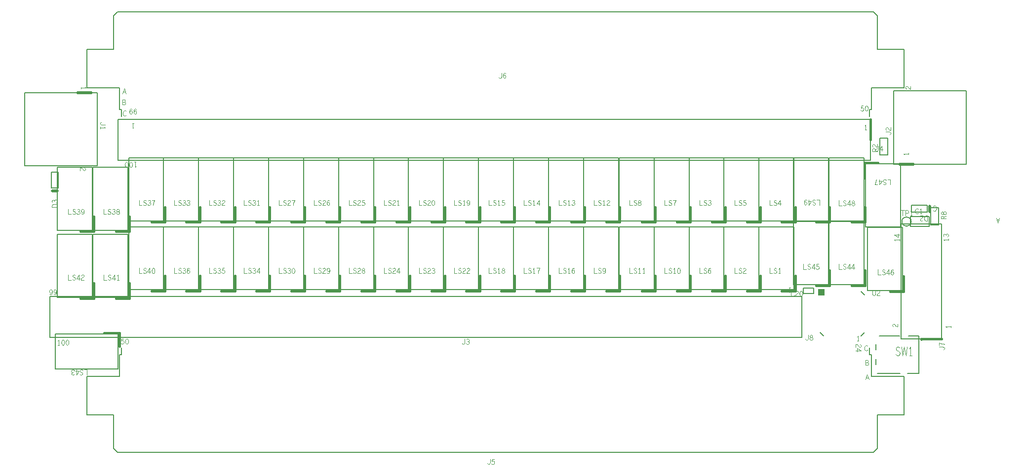
<source format=gbr>
G04 ================== begin FILE IDENTIFICATION RECORD ==================*
G04 Layout Name:  C:/NOW_WORK/VoloKh/CPI2/MAIN/BRD/CPI2_MAIN.brd*
G04 Film Name:    SILKSCREEN_TOP*
G04 File Format:  Gerber RS274X*
G04 File Origin:  Cadence Allegro 17.2-S074*
G04 Origin Date:  Tue Mar 30 10:27:56 2021*
G04 *
G04 Layer:  REF DES/SILKSCREEN_TOP*
G04 Layer:  PACKAGE GEOMETRY/SILKSCREEN_TOP*
G04 Layer:  BOARD GEOMETRY/SILKSCREEN_TOP*
G04 *
G04 Offset:    (0.0000 0.0000)*
G04 Mirror:    No*
G04 Mode:      Positive*
G04 Rotation:  0*
G04 FullContactRelief:  No*
G04 UndefLineWidth:     0.1000*
G04 ================== end FILE IDENTIFICATION RECORD ====================*
%FSLAX25Y25*MOMM*%
%IR0*IPPOS*OFA0.00000B0.00000*MIA0B0*SFA1.00000B1.00000*%
%ADD10C,.12*%
%ADD11C,.4*%
%ADD12C,.5*%
%ADD13C,.15*%
%ADD14C,.125*%
G75*
%LPD*%
G75*
G36*
G01X13290000Y1910000D02*
X13180000D01*
Y2020000D01*
X13290000D01*
Y1910000D01*
G37*
G54D10*
G01X645830Y548330D02*
Y638330D01*
X599170D01*
G01X574000Y626330D02*
X564670Y633830D01*
X554170Y638330D01*
X544830D01*
X535500Y633830D01*
X528500Y626330D01*
X525000Y615830D01*
X527330Y605330D01*
X533170Y596330D01*
X543670Y590330D01*
X557670Y587330D01*
X565830Y581330D01*
X569330Y570830D01*
X567000Y560330D01*
X561170Y552830D01*
X553000Y548330D01*
X544830D01*
X536670Y551330D01*
X529670Y558830D01*
G01X462500Y638330D02*
Y548330D01*
X505670Y612830D01*
X447330D01*
G01X429170Y620330D02*
X422170Y630830D01*
X412830Y636830D01*
X402330Y638330D01*
X393000Y636830D01*
X383670Y629330D01*
X377830Y620330D01*
X376670Y611330D01*
X379000Y600830D01*
X387170Y593330D01*
X395330Y590330D01*
X405830D01*
G01X395330D02*
X388330Y585830D01*
X382500Y578330D01*
X380170Y569330D01*
X382500Y560330D01*
X388330Y552830D01*
X398830Y548330D01*
X409330Y549830D01*
X419830Y555830D01*
G01X160000Y1060000D02*
Y1150000D01*
X146000Y1132000D01*
G01Y1060000D02*
X174000D01*
G01X233000Y1150000D02*
X223670Y1147000D01*
X216670Y1139500D01*
X212000Y1130500D01*
X208500Y1118500D01*
X207330Y1105000D01*
X208500Y1091500D01*
X212000Y1079500D01*
X216670Y1070500D01*
X223670Y1063000D01*
X233000Y1060000D01*
X242330Y1063000D01*
X249330Y1070500D01*
X254000Y1079500D01*
X257500Y1091500D01*
X258670Y1105000D01*
X257500Y1118500D01*
X254000Y1130500D01*
X249330Y1139500D01*
X242330Y1147000D01*
X233000Y1150000D01*
G01X306000D02*
X296670Y1147000D01*
X289670Y1139500D01*
X285000Y1130500D01*
X281500Y1118500D01*
X280330Y1105000D01*
X281500Y1091500D01*
X285000Y1079500D01*
X289670Y1070500D01*
X296670Y1063000D01*
X306000Y1060000D01*
X315330Y1063000D01*
X322330Y1070500D01*
X327000Y1079500D01*
X330500Y1091500D01*
X331670Y1105000D01*
X330500Y1118500D01*
X327000Y1130500D01*
X322330Y1139500D01*
X315330Y1147000D01*
X306000Y1150000D01*
G01X325000Y2267500D02*
Y2177500D01*
X371660D01*
G01X396830Y2189500D02*
X406160Y2182000D01*
X416660Y2177500D01*
X426000D01*
X435330Y2182000D01*
X442330Y2189500D01*
X445830Y2200000D01*
X443500Y2210500D01*
X437660Y2219500D01*
X427160Y2225500D01*
X413160Y2228500D01*
X405000Y2234500D01*
X401500Y2245000D01*
X403830Y2255500D01*
X409660Y2263000D01*
X417830Y2267500D01*
X426000D01*
X434160Y2264500D01*
X441160Y2257000D01*
G01X508330Y2177500D02*
Y2267500D01*
X465160Y2203000D01*
X523500D01*
G01X545160Y2252500D02*
X552160Y2261500D01*
X560330Y2266000D01*
X569660Y2267500D01*
X581330Y2264500D01*
X589500Y2257000D01*
X591830Y2248000D01*
X590660Y2239000D01*
X586000Y2231500D01*
X562660Y2216500D01*
X552160Y2206000D01*
X545160Y2191000D01*
X542830Y2177500D01*
X591830D01*
G01X5170Y1935500D02*
X13330Y1928000D01*
X22670Y1925000D01*
X32000Y1928000D01*
X40170Y1937000D01*
X46000Y1950500D01*
X48330Y1964000D01*
Y1980500D01*
X46000Y1994000D01*
X40170Y2006000D01*
X33170Y2012000D01*
X25000Y2015000D01*
X15670Y2012000D01*
X8670Y2006000D01*
X4000Y1997000D01*
X1670Y1985000D01*
X4000Y1974500D01*
X9830Y1964000D01*
X16830Y1958000D01*
X25000Y1956500D01*
X34330Y1959500D01*
X41330Y1967000D01*
X48330Y1980500D01*
G01X78170Y1935500D02*
X86330Y1928000D01*
X95670Y1925000D01*
X105000Y1928000D01*
X113170Y1937000D01*
X119000Y1950500D01*
X121330Y1964000D01*
Y1980500D01*
X119000Y1994000D01*
X113170Y2006000D01*
X106170Y2012000D01*
X98000Y2015000D01*
X88670Y2012000D01*
X81670Y2006000D01*
X77000Y1997000D01*
X74670Y1985000D01*
X77000Y1974500D01*
X82830Y1964000D01*
X89830Y1958000D01*
X98000Y1956500D01*
X107330Y1959500D01*
X114330Y1967000D01*
X121330Y1980500D01*
G01X326670Y3395000D02*
Y3305000D01*
X373330D01*
G01X398500Y3317000D02*
X407830Y3309500D01*
X418330Y3305000D01*
X427670D01*
X437000Y3309500D01*
X444000Y3317000D01*
X447500Y3327500D01*
X445170Y3338000D01*
X439330Y3347000D01*
X428830Y3353000D01*
X414830Y3356000D01*
X406670Y3362000D01*
X403170Y3372500D01*
X405500Y3383000D01*
X411330Y3390500D01*
X419500Y3395000D01*
X427670D01*
X435830Y3392000D01*
X442830Y3384500D01*
G01X470330Y3323000D02*
X477330Y3312500D01*
X486670Y3306500D01*
X497170Y3305000D01*
X506500Y3306500D01*
X515830Y3314000D01*
X521670Y3323000D01*
X522830Y3332000D01*
X520500Y3342500D01*
X512330Y3350000D01*
X504170Y3353000D01*
X493670D01*
G01X504170D02*
X511170Y3357500D01*
X517000Y3365000D01*
X519330Y3374000D01*
X517000Y3383000D01*
X511170Y3390500D01*
X500670Y3395000D01*
X490170Y3393500D01*
X479670Y3387500D01*
G01X549170Y3315500D02*
X557330Y3308000D01*
X566670Y3305000D01*
X576000Y3308000D01*
X584170Y3317000D01*
X590000Y3330500D01*
X592330Y3344000D01*
Y3360500D01*
X590000Y3374000D01*
X584170Y3386000D01*
X577170Y3392000D01*
X569000Y3395000D01*
X559670Y3392000D01*
X552670Y3386000D01*
X548000Y3377000D01*
X545670Y3365000D01*
X548000Y3354500D01*
X553830Y3344000D01*
X560830Y3338000D01*
X569000Y3336500D01*
X578330Y3339500D01*
X585330Y3347000D01*
X592330Y3360500D01*
G01X135000Y3429330D02*
X45000D01*
Y3452670D01*
X49500Y3462000D01*
X55500Y3469000D01*
X64500Y3474830D01*
X75000Y3479500D01*
X90000Y3480670D01*
X105000Y3479500D01*
X115500Y3474830D01*
X124500Y3469000D01*
X130500Y3462000D01*
X135000Y3452670D01*
Y3429330D01*
G01X117000Y3502330D02*
X127500Y3509330D01*
X133500Y3518670D01*
X135000Y3529170D01*
X133500Y3538500D01*
X126000Y3547830D01*
X117000Y3553670D01*
X108000Y3554830D01*
X97500Y3552500D01*
X90000Y3544330D01*
X87000Y3536170D01*
Y3525670D01*
G01Y3536170D02*
X82500Y3543170D01*
X75000Y3549000D01*
X66000Y3551330D01*
X57000Y3549000D01*
X49500Y3543170D01*
X45000Y3532670D01*
X46500Y3522170D01*
X52500Y3511670D01*
G01X935000Y2267500D02*
Y2177500D01*
X981660D01*
G01X1006830Y2189500D02*
X1016160Y2182000D01*
X1026660Y2177500D01*
X1036000D01*
X1045330Y2182000D01*
X1052330Y2189500D01*
X1055830Y2200000D01*
X1053500Y2210500D01*
X1047660Y2219500D01*
X1037160Y2225500D01*
X1023160Y2228500D01*
X1015000Y2234500D01*
X1011500Y2245000D01*
X1013830Y2255500D01*
X1019660Y2263000D01*
X1027830Y2267500D01*
X1036000D01*
X1044160Y2264500D01*
X1051160Y2257000D01*
G01X1118330Y2177500D02*
Y2267500D01*
X1075160Y2203000D01*
X1133500D01*
G01X1177330Y2177500D02*
Y2267500D01*
X1163330Y2249500D01*
G01Y2177500D02*
X1191330D01*
G01X931670Y3395000D02*
Y3305000D01*
X978330D01*
G01X1003500Y3317000D02*
X1012830Y3309500D01*
X1023330Y3305000D01*
X1032670D01*
X1042000Y3309500D01*
X1049000Y3317000D01*
X1052500Y3327500D01*
X1050170Y3338000D01*
X1044330Y3347000D01*
X1033830Y3353000D01*
X1019830Y3356000D01*
X1011670Y3362000D01*
X1008170Y3372500D01*
X1010500Y3383000D01*
X1016330Y3390500D01*
X1024500Y3395000D01*
X1032670D01*
X1040830Y3392000D01*
X1047830Y3384500D01*
G01X1075330Y3323000D02*
X1082330Y3312500D01*
X1091670Y3306500D01*
X1102170Y3305000D01*
X1111500Y3306500D01*
X1120830Y3314000D01*
X1126670Y3323000D01*
X1127830Y3332000D01*
X1125500Y3342500D01*
X1117330Y3350000D01*
X1109170Y3353000D01*
X1098670D01*
G01X1109170D02*
X1116170Y3357500D01*
X1122000Y3365000D01*
X1124330Y3374000D01*
X1122000Y3383000D01*
X1116170Y3390500D01*
X1105670Y3395000D01*
X1095170Y3393500D01*
X1084670Y3387500D01*
G01X1174000Y3305000D02*
X1182170Y3306500D01*
X1191500Y3311000D01*
X1197330Y3318500D01*
X1199670Y3329000D01*
X1197330Y3339500D01*
X1190330Y3348500D01*
X1179830Y3353000D01*
X1168170D01*
X1161170Y3356000D01*
X1155330Y3363500D01*
X1153000Y3374000D01*
X1156500Y3384500D01*
X1164670Y3392000D01*
X1174000Y3395000D01*
X1183330Y3392000D01*
X1191500Y3384500D01*
X1195000Y3374000D01*
X1192670Y3363500D01*
X1186830Y3356000D01*
X1179830Y3353000D01*
X1168170D01*
X1157670Y3348500D01*
X1150670Y3339500D01*
X1148330Y3329000D01*
X1150670Y3318500D01*
X1156500Y3311000D01*
X1165830Y3306500D01*
X1174000Y3305000D01*
G01X604800Y4104510D02*
X613800Y4097510D01*
X618300Y4089340D01*
X619800Y4080010D01*
X616800Y4068340D01*
X609300Y4060170D01*
X600300Y4057840D01*
X591300Y4059010D01*
X583800Y4063670D01*
X568800Y4087010D01*
X558300Y4097510D01*
X543300Y4104510D01*
X529800Y4106840D01*
Y4057840D01*
G01X887800Y4885670D02*
X878800Y4879840D01*
X872800Y4872840D01*
X869800Y4864670D01*
X872800Y4855340D01*
X878800Y4848340D01*
X887800Y4841340D01*
X899800Y4839010D01*
X959800D01*
G01X869800Y4789340D02*
X959800D01*
X941800Y4803340D01*
G01X869800D02*
Y4775340D01*
G01X539800Y5472340D02*
X629800D01*
X611800Y5486340D01*
G01X539800D02*
Y5458340D01*
G01X1229330Y1093500D02*
X1236330Y1086000D01*
X1244500Y1081500D01*
X1255000Y1080000D01*
X1265500Y1083000D01*
X1273670Y1089000D01*
X1279500Y1099500D01*
X1280670Y1111500D01*
X1278330Y1123500D01*
X1272500Y1131000D01*
X1264330Y1137000D01*
X1256170Y1138500D01*
X1248000Y1137000D01*
X1237500Y1131000D01*
X1241000Y1170000D01*
X1272500D01*
G01X1328000D02*
X1318670Y1167000D01*
X1311670Y1159500D01*
X1307000Y1150500D01*
X1303500Y1138500D01*
X1302330Y1125000D01*
X1303500Y1111500D01*
X1307000Y1099500D01*
X1311670Y1090500D01*
X1318670Y1083000D01*
X1328000Y1080000D01*
X1337330Y1083000D01*
X1344330Y1090500D01*
X1349000Y1099500D01*
X1352500Y1111500D01*
X1353670Y1125000D01*
X1352500Y1138500D01*
X1349000Y1150500D01*
X1344330Y1159500D01*
X1337330Y1167000D01*
X1328000Y1170000D01*
G01X1540000Y2382500D02*
Y2292500D01*
X1586660D01*
G01X1611830Y2304500D02*
X1621160Y2297000D01*
X1631660Y2292500D01*
X1641000D01*
X1650330Y2297000D01*
X1657330Y2304500D01*
X1660830Y2315000D01*
X1658500Y2325500D01*
X1652660Y2334500D01*
X1642160Y2340500D01*
X1628160Y2343500D01*
X1620000Y2349500D01*
X1616500Y2360000D01*
X1618830Y2370500D01*
X1624660Y2378000D01*
X1632830Y2382500D01*
X1641000D01*
X1649160Y2379500D01*
X1656160Y2372000D01*
G01X1723330Y2292500D02*
Y2382500D01*
X1680160Y2318000D01*
X1738500D01*
G01X1782330Y2382500D02*
X1773000Y2379500D01*
X1766000Y2372000D01*
X1761330Y2363000D01*
X1757830Y2351000D01*
X1756660Y2337500D01*
X1757830Y2324000D01*
X1761330Y2312000D01*
X1766000Y2303000D01*
X1773000Y2295500D01*
X1782330Y2292500D01*
X1791660Y2295500D01*
X1798660Y2303000D01*
X1803330Y2312000D01*
X1806830Y2324000D01*
X1808000Y2337500D01*
X1806830Y2351000D01*
X1803330Y2363000D01*
X1798660Y2372000D01*
X1791660Y2379500D01*
X1782330Y2382500D01*
G01X1540000Y3547500D02*
Y3457500D01*
X1586660D01*
G01X1611830Y3469500D02*
X1621160Y3462000D01*
X1631660Y3457500D01*
X1641000D01*
X1650330Y3462000D01*
X1657330Y3469500D01*
X1660830Y3480000D01*
X1658500Y3490500D01*
X1652660Y3499500D01*
X1642160Y3505500D01*
X1628160Y3508500D01*
X1620000Y3514500D01*
X1616500Y3525000D01*
X1618830Y3535500D01*
X1624660Y3543000D01*
X1632830Y3547500D01*
X1641000D01*
X1649160Y3544500D01*
X1656160Y3537000D01*
G01X1683660Y3475500D02*
X1690660Y3465000D01*
X1700000Y3459000D01*
X1710500Y3457500D01*
X1719830Y3459000D01*
X1729160Y3466500D01*
X1735000Y3475500D01*
X1736160Y3484500D01*
X1733830Y3495000D01*
X1725660Y3502500D01*
X1717500Y3505500D01*
X1707000D01*
G01X1717500D02*
X1724500Y3510000D01*
X1730330Y3517500D01*
X1732660Y3526500D01*
X1730330Y3535500D01*
X1724500Y3543000D01*
X1714000Y3547500D01*
X1703500Y3546000D01*
X1693000Y3540000D01*
G01X1780000Y3457500D02*
X1782330Y3477000D01*
X1785830Y3493500D01*
X1790500Y3508500D01*
X1796330Y3525000D01*
X1805660Y3547500D01*
X1759000D01*
G01X1470600Y4202000D02*
Y4112000D01*
X1484600Y4130000D01*
G01Y4202000D02*
X1456600D01*
G01X1397600Y4112000D02*
X1406930Y4115000D01*
X1413930Y4122500D01*
X1418600Y4131500D01*
X1422100Y4143500D01*
X1423270Y4157000D01*
X1422100Y4170500D01*
X1418600Y4182500D01*
X1413930Y4191500D01*
X1406930Y4199000D01*
X1397600Y4202000D01*
X1388270Y4199000D01*
X1381270Y4191500D01*
X1376600Y4182500D01*
X1373100Y4170500D01*
X1371930Y4157000D01*
X1373100Y4143500D01*
X1376600Y4131500D01*
X1381270Y4122500D01*
X1388270Y4115000D01*
X1397600Y4112000D01*
G01X1324600D02*
X1333930Y4115000D01*
X1340930Y4122500D01*
X1345600Y4131500D01*
X1349100Y4143500D01*
X1350270Y4157000D01*
X1349100Y4170500D01*
X1345600Y4182500D01*
X1340930Y4191500D01*
X1333930Y4199000D01*
X1324600Y4202000D01*
X1315270Y4199000D01*
X1308270Y4191500D01*
X1303600Y4182500D01*
X1300100Y4170500D01*
X1298930Y4157000D01*
X1300100Y4143500D01*
X1303600Y4131500D01*
X1308270Y4122500D01*
X1315270Y4115000D01*
X1324600Y4112000D01*
G01X1289330Y5233670D02*
X1294000Y5238170D01*
X1297500Y5245670D01*
X1299830Y5256170D01*
X1297500Y5265170D01*
X1292830Y5271170D01*
X1284670Y5275670D01*
X1253170D01*
Y5185670D01*
X1291670D01*
X1299830Y5191670D01*
X1304500Y5200670D01*
X1306830Y5211170D01*
X1304500Y5221670D01*
X1297500Y5230670D01*
X1289330Y5233670D01*
X1253170D01*
G01X1315670Y5078170D02*
X1308670Y5082670D01*
X1300500Y5085670D01*
X1291170D01*
X1280670Y5081170D01*
X1272500Y5073670D01*
X1266670Y5064670D01*
X1262000Y5049670D01*
X1260830Y5036170D01*
X1263170Y5022670D01*
X1266670Y5013670D01*
X1273670Y5004670D01*
X1281830Y4998670D01*
X1290000Y4995670D01*
X1298170D01*
X1306330Y4998670D01*
X1313330Y5003170D01*
X1319170Y5009170D01*
G01X1435000Y4870670D02*
Y4780670D01*
X1449000Y4798670D01*
G01Y4870670D02*
X1421000D01*
G01X1490430Y5105900D02*
X1482270Y5113400D01*
X1472930Y5116400D01*
X1463600Y5113400D01*
X1455430Y5104400D01*
X1449600Y5090900D01*
X1447270Y5077400D01*
Y5060900D01*
X1449600Y5047400D01*
X1455430Y5035400D01*
X1462430Y5029400D01*
X1470600Y5026400D01*
X1479930Y5029400D01*
X1486930Y5035400D01*
X1491600Y5044400D01*
X1493930Y5056400D01*
X1491600Y5066900D01*
X1485770Y5077400D01*
X1478770Y5083400D01*
X1470600Y5084900D01*
X1461270Y5081900D01*
X1454270Y5074400D01*
X1447270Y5060900D01*
G01X1417430Y5105900D02*
X1409270Y5113400D01*
X1399930Y5116400D01*
X1390600Y5113400D01*
X1382430Y5104400D01*
X1376600Y5090900D01*
X1374270Y5077400D01*
Y5060900D01*
X1376600Y5047400D01*
X1382430Y5035400D01*
X1389430Y5029400D01*
X1397600Y5026400D01*
X1406930Y5029400D01*
X1413930Y5035400D01*
X1418600Y5044400D01*
X1420930Y5056400D01*
X1418600Y5066900D01*
X1412770Y5077400D01*
X1405770Y5083400D01*
X1397600Y5084900D01*
X1388270Y5081900D01*
X1381270Y5074400D01*
X1374270Y5060900D01*
G01X1255830Y5375670D02*
X1285000Y5465670D01*
X1314170Y5375670D01*
G01X1303670Y5407170D02*
X1266330D01*
G01X2140000Y2382500D02*
Y2292500D01*
X2186660D01*
G01X2211830Y2304500D02*
X2221160Y2297000D01*
X2231660Y2292500D01*
X2241000D01*
X2250330Y2297000D01*
X2257330Y2304500D01*
X2260830Y2315000D01*
X2258500Y2325500D01*
X2252660Y2334500D01*
X2242160Y2340500D01*
X2228160Y2343500D01*
X2220000Y2349500D01*
X2216500Y2360000D01*
X2218830Y2370500D01*
X2224660Y2378000D01*
X2232830Y2382500D01*
X2241000D01*
X2249160Y2379500D01*
X2256160Y2372000D01*
G01X2283660Y2310500D02*
X2290660Y2300000D01*
X2300000Y2294000D01*
X2310500Y2292500D01*
X2319830Y2294000D01*
X2329160Y2301500D01*
X2335000Y2310500D01*
X2336160Y2319500D01*
X2333830Y2330000D01*
X2325660Y2337500D01*
X2317500Y2340500D01*
X2307000D01*
G01X2317500D02*
X2324500Y2345000D01*
X2330330Y2352500D01*
X2332660Y2361500D01*
X2330330Y2370500D01*
X2324500Y2378000D01*
X2314000Y2382500D01*
X2303500Y2381000D01*
X2293000Y2375000D01*
G01X2360160Y2330000D02*
X2368330Y2340500D01*
X2375330Y2346500D01*
X2384660Y2349500D01*
X2392830Y2346500D01*
X2398660Y2340500D01*
X2403330Y2331500D01*
X2404500Y2321000D01*
X2403330Y2312000D01*
X2398660Y2303000D01*
X2391660Y2295500D01*
X2383500Y2292500D01*
X2374160Y2295500D01*
X2366000Y2304500D01*
X2361330Y2318000D01*
X2360160Y2333000D01*
X2362500Y2352500D01*
X2366000Y2363000D01*
X2371830Y2373500D01*
X2380000Y2381000D01*
X2388160Y2382500D01*
X2396330Y2379500D01*
X2402160Y2372000D01*
G01X2140000Y3547500D02*
Y3457500D01*
X2186660D01*
G01X2211830Y3469500D02*
X2221160Y3462000D01*
X2231660Y3457500D01*
X2241000D01*
X2250330Y3462000D01*
X2257330Y3469500D01*
X2260830Y3480000D01*
X2258500Y3490500D01*
X2252660Y3499500D01*
X2242160Y3505500D01*
X2228160Y3508500D01*
X2220000Y3514500D01*
X2216500Y3525000D01*
X2218830Y3535500D01*
X2224660Y3543000D01*
X2232830Y3547500D01*
X2241000D01*
X2249160Y3544500D01*
X2256160Y3537000D01*
G01X2283660Y3475500D02*
X2290660Y3465000D01*
X2300000Y3459000D01*
X2310500Y3457500D01*
X2319830Y3459000D01*
X2329160Y3466500D01*
X2335000Y3475500D01*
X2336160Y3484500D01*
X2333830Y3495000D01*
X2325660Y3502500D01*
X2317500Y3505500D01*
X2307000D01*
G01X2317500D02*
X2324500Y3510000D01*
X2330330Y3517500D01*
X2332660Y3526500D01*
X2330330Y3535500D01*
X2324500Y3543000D01*
X2314000Y3547500D01*
X2303500Y3546000D01*
X2293000Y3540000D01*
G01X2356660Y3475500D02*
X2363660Y3465000D01*
X2373000Y3459000D01*
X2383500Y3457500D01*
X2392830Y3459000D01*
X2402160Y3466500D01*
X2408000Y3475500D01*
X2409160Y3484500D01*
X2406830Y3495000D01*
X2398660Y3502500D01*
X2390500Y3505500D01*
X2380000D01*
G01X2390500D02*
X2397500Y3510000D01*
X2403330Y3517500D01*
X2405660Y3526500D01*
X2403330Y3535500D01*
X2397500Y3543000D01*
X2387000Y3547500D01*
X2376500Y3546000D01*
X2366000Y3540000D01*
G01X2740000Y2382500D02*
Y2292500D01*
X2786660D01*
G01X2811830Y2304500D02*
X2821160Y2297000D01*
X2831660Y2292500D01*
X2841000D01*
X2850330Y2297000D01*
X2857330Y2304500D01*
X2860830Y2315000D01*
X2858500Y2325500D01*
X2852660Y2334500D01*
X2842160Y2340500D01*
X2828160Y2343500D01*
X2820000Y2349500D01*
X2816500Y2360000D01*
X2818830Y2370500D01*
X2824660Y2378000D01*
X2832830Y2382500D01*
X2841000D01*
X2849160Y2379500D01*
X2856160Y2372000D01*
G01X2883660Y2310500D02*
X2890660Y2300000D01*
X2900000Y2294000D01*
X2910500Y2292500D01*
X2919830Y2294000D01*
X2929160Y2301500D01*
X2935000Y2310500D01*
X2936160Y2319500D01*
X2933830Y2330000D01*
X2925660Y2337500D01*
X2917500Y2340500D01*
X2907000D01*
G01X2917500D02*
X2924500Y2345000D01*
X2930330Y2352500D01*
X2932660Y2361500D01*
X2930330Y2370500D01*
X2924500Y2378000D01*
X2914000Y2382500D01*
X2903500Y2381000D01*
X2893000Y2375000D01*
G01X2956660Y2306000D02*
X2963660Y2298500D01*
X2971830Y2294000D01*
X2982330Y2292500D01*
X2992830Y2295500D01*
X3001000Y2301500D01*
X3006830Y2312000D01*
X3008000Y2324000D01*
X3005660Y2336000D01*
X2999830Y2343500D01*
X2991660Y2349500D01*
X2983500Y2351000D01*
X2975330Y2349500D01*
X2964830Y2343500D01*
X2968330Y2382500D01*
X2999830D01*
G01X2740000Y3547500D02*
Y3457500D01*
X2786660D01*
G01X2811830Y3469500D02*
X2821160Y3462000D01*
X2831660Y3457500D01*
X2841000D01*
X2850330Y3462000D01*
X2857330Y3469500D01*
X2860830Y3480000D01*
X2858500Y3490500D01*
X2852660Y3499500D01*
X2842160Y3505500D01*
X2828160Y3508500D01*
X2820000Y3514500D01*
X2816500Y3525000D01*
X2818830Y3535500D01*
X2824660Y3543000D01*
X2832830Y3547500D01*
X2841000D01*
X2849160Y3544500D01*
X2856160Y3537000D01*
G01X2883660Y3475500D02*
X2890660Y3465000D01*
X2900000Y3459000D01*
X2910500Y3457500D01*
X2919830Y3459000D01*
X2929160Y3466500D01*
X2935000Y3475500D01*
X2936160Y3484500D01*
X2933830Y3495000D01*
X2925660Y3502500D01*
X2917500Y3505500D01*
X2907000D01*
G01X2917500D02*
X2924500Y3510000D01*
X2930330Y3517500D01*
X2932660Y3526500D01*
X2930330Y3535500D01*
X2924500Y3543000D01*
X2914000Y3547500D01*
X2903500Y3546000D01*
X2893000Y3540000D01*
G01X2960160Y3532500D02*
X2967160Y3541500D01*
X2975330Y3546000D01*
X2984660Y3547500D01*
X2996330Y3544500D01*
X3004500Y3537000D01*
X3006830Y3528000D01*
X3005660Y3519000D01*
X3001000Y3511500D01*
X2977660Y3496500D01*
X2967160Y3486000D01*
X2960160Y3471000D01*
X2957830Y3457500D01*
X3006830D01*
G01X3340000Y2382500D02*
Y2292500D01*
X3386660D01*
G01X3411830Y2304500D02*
X3421160Y2297000D01*
X3431660Y2292500D01*
X3441000D01*
X3450330Y2297000D01*
X3457330Y2304500D01*
X3460830Y2315000D01*
X3458500Y2325500D01*
X3452660Y2334500D01*
X3442160Y2340500D01*
X3428160Y2343500D01*
X3420000Y2349500D01*
X3416500Y2360000D01*
X3418830Y2370500D01*
X3424660Y2378000D01*
X3432830Y2382500D01*
X3441000D01*
X3449160Y2379500D01*
X3456160Y2372000D01*
G01X3483660Y2310500D02*
X3490660Y2300000D01*
X3500000Y2294000D01*
X3510500Y2292500D01*
X3519830Y2294000D01*
X3529160Y2301500D01*
X3535000Y2310500D01*
X3536160Y2319500D01*
X3533830Y2330000D01*
X3525660Y2337500D01*
X3517500Y2340500D01*
X3507000D01*
G01X3517500D02*
X3524500Y2345000D01*
X3530330Y2352500D01*
X3532660Y2361500D01*
X3530330Y2370500D01*
X3524500Y2378000D01*
X3514000Y2382500D01*
X3503500Y2381000D01*
X3493000Y2375000D01*
G01X3596330Y2292500D02*
Y2382500D01*
X3553160Y2318000D01*
X3611500D01*
G01X3340000Y3547500D02*
Y3457500D01*
X3386660D01*
G01X3411830Y3469500D02*
X3421160Y3462000D01*
X3431660Y3457500D01*
X3441000D01*
X3450330Y3462000D01*
X3457330Y3469500D01*
X3460830Y3480000D01*
X3458500Y3490500D01*
X3452660Y3499500D01*
X3442160Y3505500D01*
X3428160Y3508500D01*
X3420000Y3514500D01*
X3416500Y3525000D01*
X3418830Y3535500D01*
X3424660Y3543000D01*
X3432830Y3547500D01*
X3441000D01*
X3449160Y3544500D01*
X3456160Y3537000D01*
G01X3483660Y3475500D02*
X3490660Y3465000D01*
X3500000Y3459000D01*
X3510500Y3457500D01*
X3519830Y3459000D01*
X3529160Y3466500D01*
X3535000Y3475500D01*
X3536160Y3484500D01*
X3533830Y3495000D01*
X3525660Y3502500D01*
X3517500Y3505500D01*
X3507000D01*
G01X3517500D02*
X3524500Y3510000D01*
X3530330Y3517500D01*
X3532660Y3526500D01*
X3530330Y3535500D01*
X3524500Y3543000D01*
X3514000Y3547500D01*
X3503500Y3546000D01*
X3493000Y3540000D01*
G01X3582330Y3457500D02*
Y3547500D01*
X3568330Y3529500D01*
G01Y3457500D02*
X3596330D01*
G01X4540000Y2382500D02*
Y2292500D01*
X4586660D01*
G01X4611830Y2304500D02*
X4621160Y2297000D01*
X4631660Y2292500D01*
X4641000D01*
X4650330Y2297000D01*
X4657330Y2304500D01*
X4660830Y2315000D01*
X4658500Y2325500D01*
X4652660Y2334500D01*
X4642160Y2340500D01*
X4628160Y2343500D01*
X4620000Y2349500D01*
X4616500Y2360000D01*
X4618830Y2370500D01*
X4624660Y2378000D01*
X4632830Y2382500D01*
X4641000D01*
X4649160Y2379500D01*
X4656160Y2372000D01*
G01X4687160Y2367500D02*
X4694160Y2376500D01*
X4702330Y2381000D01*
X4711660Y2382500D01*
X4723330Y2379500D01*
X4731500Y2372000D01*
X4733830Y2363000D01*
X4732660Y2354000D01*
X4728000Y2346500D01*
X4704660Y2331500D01*
X4694160Y2321000D01*
X4687160Y2306000D01*
X4684830Y2292500D01*
X4733830D01*
G01X4762500Y2303000D02*
X4770660Y2295500D01*
X4780000Y2292500D01*
X4789330Y2295500D01*
X4797500Y2304500D01*
X4803330Y2318000D01*
X4805660Y2331500D01*
Y2348000D01*
X4803330Y2361500D01*
X4797500Y2373500D01*
X4790500Y2379500D01*
X4782330Y2382500D01*
X4773000Y2379500D01*
X4766000Y2373500D01*
X4761330Y2364500D01*
X4759000Y2352500D01*
X4761330Y2342000D01*
X4767160Y2331500D01*
X4774160Y2325500D01*
X4782330Y2324000D01*
X4791660Y2327000D01*
X4798660Y2334500D01*
X4805660Y2348000D01*
G01X3940000Y2382500D02*
Y2292500D01*
X3986660D01*
G01X4011830Y2304500D02*
X4021160Y2297000D01*
X4031660Y2292500D01*
X4041000D01*
X4050330Y2297000D01*
X4057330Y2304500D01*
X4060830Y2315000D01*
X4058500Y2325500D01*
X4052660Y2334500D01*
X4042160Y2340500D01*
X4028160Y2343500D01*
X4020000Y2349500D01*
X4016500Y2360000D01*
X4018830Y2370500D01*
X4024660Y2378000D01*
X4032830Y2382500D01*
X4041000D01*
X4049160Y2379500D01*
X4056160Y2372000D01*
G01X4083660Y2310500D02*
X4090660Y2300000D01*
X4100000Y2294000D01*
X4110500Y2292500D01*
X4119830Y2294000D01*
X4129160Y2301500D01*
X4135000Y2310500D01*
X4136160Y2319500D01*
X4133830Y2330000D01*
X4125660Y2337500D01*
X4117500Y2340500D01*
X4107000D01*
G01X4117500D02*
X4124500Y2345000D01*
X4130330Y2352500D01*
X4132660Y2361500D01*
X4130330Y2370500D01*
X4124500Y2378000D01*
X4114000Y2382500D01*
X4103500Y2381000D01*
X4093000Y2375000D01*
G01X4182330Y2382500D02*
X4173000Y2379500D01*
X4166000Y2372000D01*
X4161330Y2363000D01*
X4157830Y2351000D01*
X4156660Y2337500D01*
X4157830Y2324000D01*
X4161330Y2312000D01*
X4166000Y2303000D01*
X4173000Y2295500D01*
X4182330Y2292500D01*
X4191660Y2295500D01*
X4198660Y2303000D01*
X4203330Y2312000D01*
X4206830Y2324000D01*
X4208000Y2337500D01*
X4206830Y2351000D01*
X4203330Y2363000D01*
X4198660Y2372000D01*
X4191660Y2379500D01*
X4182330Y2382500D01*
G01X4540000Y3547500D02*
Y3457500D01*
X4586660D01*
G01X4611830Y3469500D02*
X4621160Y3462000D01*
X4631660Y3457500D01*
X4641000D01*
X4650330Y3462000D01*
X4657330Y3469500D01*
X4660830Y3480000D01*
X4658500Y3490500D01*
X4652660Y3499500D01*
X4642160Y3505500D01*
X4628160Y3508500D01*
X4620000Y3514500D01*
X4616500Y3525000D01*
X4618830Y3535500D01*
X4624660Y3543000D01*
X4632830Y3547500D01*
X4641000D01*
X4649160Y3544500D01*
X4656160Y3537000D01*
G01X4687160Y3532500D02*
X4694160Y3541500D01*
X4702330Y3546000D01*
X4711660Y3547500D01*
X4723330Y3544500D01*
X4731500Y3537000D01*
X4733830Y3528000D01*
X4732660Y3519000D01*
X4728000Y3511500D01*
X4704660Y3496500D01*
X4694160Y3486000D01*
X4687160Y3471000D01*
X4684830Y3457500D01*
X4733830D01*
G01X4760160Y3495000D02*
X4768330Y3505500D01*
X4775330Y3511500D01*
X4784660Y3514500D01*
X4792830Y3511500D01*
X4798660Y3505500D01*
X4803330Y3496500D01*
X4804500Y3486000D01*
X4803330Y3477000D01*
X4798660Y3468000D01*
X4791660Y3460500D01*
X4783500Y3457500D01*
X4774160Y3460500D01*
X4766000Y3469500D01*
X4761330Y3483000D01*
X4760160Y3498000D01*
X4762500Y3517500D01*
X4766000Y3528000D01*
X4771830Y3538500D01*
X4780000Y3546000D01*
X4788160Y3547500D01*
X4796330Y3544500D01*
X4802160Y3537000D01*
G01X3940000Y3547500D02*
Y3457500D01*
X3986660D01*
G01X4011830Y3469500D02*
X4021160Y3462000D01*
X4031660Y3457500D01*
X4041000D01*
X4050330Y3462000D01*
X4057330Y3469500D01*
X4060830Y3480000D01*
X4058500Y3490500D01*
X4052660Y3499500D01*
X4042160Y3505500D01*
X4028160Y3508500D01*
X4020000Y3514500D01*
X4016500Y3525000D01*
X4018830Y3535500D01*
X4024660Y3543000D01*
X4032830Y3547500D01*
X4041000D01*
X4049160Y3544500D01*
X4056160Y3537000D01*
G01X4087160Y3532500D02*
X4094160Y3541500D01*
X4102330Y3546000D01*
X4111660Y3547500D01*
X4123330Y3544500D01*
X4131500Y3537000D01*
X4133830Y3528000D01*
X4132660Y3519000D01*
X4128000Y3511500D01*
X4104660Y3496500D01*
X4094160Y3486000D01*
X4087160Y3471000D01*
X4084830Y3457500D01*
X4133830D01*
G01X4180000D02*
X4182330Y3477000D01*
X4185830Y3493500D01*
X4190500Y3508500D01*
X4196330Y3525000D01*
X4205660Y3547500D01*
X4159000D01*
G01X5140000Y2382500D02*
Y2292500D01*
X5186660D01*
G01X5211830Y2304500D02*
X5221160Y2297000D01*
X5231660Y2292500D01*
X5241000D01*
X5250330Y2297000D01*
X5257330Y2304500D01*
X5260830Y2315000D01*
X5258500Y2325500D01*
X5252660Y2334500D01*
X5242160Y2340500D01*
X5228160Y2343500D01*
X5220000Y2349500D01*
X5216500Y2360000D01*
X5218830Y2370500D01*
X5224660Y2378000D01*
X5232830Y2382500D01*
X5241000D01*
X5249160Y2379500D01*
X5256160Y2372000D01*
G01X5287160Y2367500D02*
X5294160Y2376500D01*
X5302330Y2381000D01*
X5311660Y2382500D01*
X5323330Y2379500D01*
X5331500Y2372000D01*
X5333830Y2363000D01*
X5332660Y2354000D01*
X5328000Y2346500D01*
X5304660Y2331500D01*
X5294160Y2321000D01*
X5287160Y2306000D01*
X5284830Y2292500D01*
X5333830D01*
G01X5382330D02*
X5390500Y2294000D01*
X5399830Y2298500D01*
X5405660Y2306000D01*
X5408000Y2316500D01*
X5405660Y2327000D01*
X5398660Y2336000D01*
X5388160Y2340500D01*
X5376500D01*
X5369500Y2343500D01*
X5363660Y2351000D01*
X5361330Y2361500D01*
X5364830Y2372000D01*
X5373000Y2379500D01*
X5382330Y2382500D01*
X5391660Y2379500D01*
X5399830Y2372000D01*
X5403330Y2361500D01*
X5401000Y2351000D01*
X5395160Y2343500D01*
X5388160Y2340500D01*
X5376500D01*
X5366000Y2336000D01*
X5359000Y2327000D01*
X5356660Y2316500D01*
X5359000Y2306000D01*
X5364830Y2298500D01*
X5374160Y2294000D01*
X5382330Y2292500D01*
G01X5140000Y3547500D02*
Y3457500D01*
X5186660D01*
G01X5211830Y3469500D02*
X5221160Y3462000D01*
X5231660Y3457500D01*
X5241000D01*
X5250330Y3462000D01*
X5257330Y3469500D01*
X5260830Y3480000D01*
X5258500Y3490500D01*
X5252660Y3499500D01*
X5242160Y3505500D01*
X5228160Y3508500D01*
X5220000Y3514500D01*
X5216500Y3525000D01*
X5218830Y3535500D01*
X5224660Y3543000D01*
X5232830Y3547500D01*
X5241000D01*
X5249160Y3544500D01*
X5256160Y3537000D01*
G01X5287160Y3532500D02*
X5294160Y3541500D01*
X5302330Y3546000D01*
X5311660Y3547500D01*
X5323330Y3544500D01*
X5331500Y3537000D01*
X5333830Y3528000D01*
X5332660Y3519000D01*
X5328000Y3511500D01*
X5304660Y3496500D01*
X5294160Y3486000D01*
X5287160Y3471000D01*
X5284830Y3457500D01*
X5333830D01*
G01X5356660Y3471000D02*
X5363660Y3463500D01*
X5371830Y3459000D01*
X5382330Y3457500D01*
X5392830Y3460500D01*
X5401000Y3466500D01*
X5406830Y3477000D01*
X5408000Y3489000D01*
X5405660Y3501000D01*
X5399830Y3508500D01*
X5391660Y3514500D01*
X5383500Y3516000D01*
X5375330Y3514500D01*
X5364830Y3508500D01*
X5368330Y3547500D01*
X5399830D01*
G01X5740000Y2382500D02*
Y2292500D01*
X5786660D01*
G01X5811830Y2304500D02*
X5821160Y2297000D01*
X5831660Y2292500D01*
X5841000D01*
X5850330Y2297000D01*
X5857330Y2304500D01*
X5860830Y2315000D01*
X5858500Y2325500D01*
X5852660Y2334500D01*
X5842160Y2340500D01*
X5828160Y2343500D01*
X5820000Y2349500D01*
X5816500Y2360000D01*
X5818830Y2370500D01*
X5824660Y2378000D01*
X5832830Y2382500D01*
X5841000D01*
X5849160Y2379500D01*
X5856160Y2372000D01*
G01X5887160Y2367500D02*
X5894160Y2376500D01*
X5902330Y2381000D01*
X5911660Y2382500D01*
X5923330Y2379500D01*
X5931500Y2372000D01*
X5933830Y2363000D01*
X5932660Y2354000D01*
X5928000Y2346500D01*
X5904660Y2331500D01*
X5894160Y2321000D01*
X5887160Y2306000D01*
X5884830Y2292500D01*
X5933830D01*
G01X5996330D02*
Y2382500D01*
X5953160Y2318000D01*
X6011500D01*
G01X5740000Y3547500D02*
Y3457500D01*
X5786660D01*
G01X5811830Y3469500D02*
X5821160Y3462000D01*
X5831660Y3457500D01*
X5841000D01*
X5850330Y3462000D01*
X5857330Y3469500D01*
X5860830Y3480000D01*
X5858500Y3490500D01*
X5852660Y3499500D01*
X5842160Y3505500D01*
X5828160Y3508500D01*
X5820000Y3514500D01*
X5816500Y3525000D01*
X5818830Y3535500D01*
X5824660Y3543000D01*
X5832830Y3547500D01*
X5841000D01*
X5849160Y3544500D01*
X5856160Y3537000D01*
G01X5887160Y3532500D02*
X5894160Y3541500D01*
X5902330Y3546000D01*
X5911660Y3547500D01*
X5923330Y3544500D01*
X5931500Y3537000D01*
X5933830Y3528000D01*
X5932660Y3519000D01*
X5928000Y3511500D01*
X5904660Y3496500D01*
X5894160Y3486000D01*
X5887160Y3471000D01*
X5884830Y3457500D01*
X5933830D01*
G01X5982330D02*
Y3547500D01*
X5968330Y3529500D01*
G01Y3457500D02*
X5996330D01*
G01X6340000Y2382500D02*
Y2292500D01*
X6386660D01*
G01X6411830Y2304500D02*
X6421160Y2297000D01*
X6431660Y2292500D01*
X6441000D01*
X6450330Y2297000D01*
X6457330Y2304500D01*
X6460830Y2315000D01*
X6458500Y2325500D01*
X6452660Y2334500D01*
X6442160Y2340500D01*
X6428160Y2343500D01*
X6420000Y2349500D01*
X6416500Y2360000D01*
X6418830Y2370500D01*
X6424660Y2378000D01*
X6432830Y2382500D01*
X6441000D01*
X6449160Y2379500D01*
X6456160Y2372000D01*
G01X6487160Y2367500D02*
X6494160Y2376500D01*
X6502330Y2381000D01*
X6511660Y2382500D01*
X6523330Y2379500D01*
X6531500Y2372000D01*
X6533830Y2363000D01*
X6532660Y2354000D01*
X6528000Y2346500D01*
X6504660Y2331500D01*
X6494160Y2321000D01*
X6487160Y2306000D01*
X6484830Y2292500D01*
X6533830D01*
G01X6556660Y2310500D02*
X6563660Y2300000D01*
X6573000Y2294000D01*
X6583500Y2292500D01*
X6592830Y2294000D01*
X6602160Y2301500D01*
X6608000Y2310500D01*
X6609160Y2319500D01*
X6606830Y2330000D01*
X6598660Y2337500D01*
X6590500Y2340500D01*
X6580000D01*
G01X6590500D02*
X6597500Y2345000D01*
X6603330Y2352500D01*
X6605660Y2361500D01*
X6603330Y2370500D01*
X6597500Y2378000D01*
X6587000Y2382500D01*
X6576500Y2381000D01*
X6566000Y2375000D01*
G01X6340000Y3547500D02*
Y3457500D01*
X6386660D01*
G01X6411830Y3469500D02*
X6421160Y3462000D01*
X6431660Y3457500D01*
X6441000D01*
X6450330Y3462000D01*
X6457330Y3469500D01*
X6460830Y3480000D01*
X6458500Y3490500D01*
X6452660Y3499500D01*
X6442160Y3505500D01*
X6428160Y3508500D01*
X6420000Y3514500D01*
X6416500Y3525000D01*
X6418830Y3535500D01*
X6424660Y3543000D01*
X6432830Y3547500D01*
X6441000D01*
X6449160Y3544500D01*
X6456160Y3537000D01*
G01X6487160Y3532500D02*
X6494160Y3541500D01*
X6502330Y3546000D01*
X6511660Y3547500D01*
X6523330Y3544500D01*
X6531500Y3537000D01*
X6533830Y3528000D01*
X6532660Y3519000D01*
X6528000Y3511500D01*
X6504660Y3496500D01*
X6494160Y3486000D01*
X6487160Y3471000D01*
X6484830Y3457500D01*
X6533830D01*
G01X6582330Y3547500D02*
X6573000Y3544500D01*
X6566000Y3537000D01*
X6561330Y3528000D01*
X6557830Y3516000D01*
X6556660Y3502500D01*
X6557830Y3489000D01*
X6561330Y3477000D01*
X6566000Y3468000D01*
X6573000Y3460500D01*
X6582330Y3457500D01*
X6591660Y3460500D01*
X6598660Y3468000D01*
X6603330Y3477000D01*
X6606830Y3489000D01*
X6608000Y3502500D01*
X6606830Y3516000D01*
X6603330Y3528000D01*
X6598660Y3537000D01*
X6591660Y3544500D01*
X6582330Y3547500D01*
G01X7076670Y1093000D02*
X7082500Y1084000D01*
X7089500Y1078000D01*
X7097670Y1075000D01*
X7107000Y1078000D01*
X7114000Y1084000D01*
X7121000Y1093000D01*
X7123330Y1105000D01*
Y1165000D01*
G01X7147330Y1093000D02*
X7154330Y1082500D01*
X7163670Y1076500D01*
X7174170Y1075000D01*
X7183500Y1076500D01*
X7192830Y1084000D01*
X7198670Y1093000D01*
X7199830Y1102000D01*
X7197500Y1112500D01*
X7189330Y1120000D01*
X7181170Y1123000D01*
X7170670D01*
G01X7181170D02*
X7188170Y1127500D01*
X7194000Y1135000D01*
X7196330Y1144000D01*
X7194000Y1153000D01*
X7188170Y1160500D01*
X7177670Y1165000D01*
X7167170Y1163500D01*
X7156670Y1157500D01*
G01X6940000Y2382500D02*
Y2292500D01*
X6986660D01*
G01X7011830Y2304500D02*
X7021160Y2297000D01*
X7031660Y2292500D01*
X7041000D01*
X7050330Y2297000D01*
X7057330Y2304500D01*
X7060830Y2315000D01*
X7058500Y2325500D01*
X7052660Y2334500D01*
X7042160Y2340500D01*
X7028160Y2343500D01*
X7020000Y2349500D01*
X7016500Y2360000D01*
X7018830Y2370500D01*
X7024660Y2378000D01*
X7032830Y2382500D01*
X7041000D01*
X7049160Y2379500D01*
X7056160Y2372000D01*
G01X7087160Y2367500D02*
X7094160Y2376500D01*
X7102330Y2381000D01*
X7111660Y2382500D01*
X7123330Y2379500D01*
X7131500Y2372000D01*
X7133830Y2363000D01*
X7132660Y2354000D01*
X7128000Y2346500D01*
X7104660Y2331500D01*
X7094160Y2321000D01*
X7087160Y2306000D01*
X7084830Y2292500D01*
X7133830D01*
G01X7160160Y2367500D02*
X7167160Y2376500D01*
X7175330Y2381000D01*
X7184660Y2382500D01*
X7196330Y2379500D01*
X7204500Y2372000D01*
X7206830Y2363000D01*
X7205660Y2354000D01*
X7201000Y2346500D01*
X7177660Y2331500D01*
X7167160Y2321000D01*
X7160160Y2306000D01*
X7157830Y2292500D01*
X7206830D01*
G01X6940000Y3547500D02*
Y3457500D01*
X6986660D01*
G01X7011830Y3469500D02*
X7021160Y3462000D01*
X7031660Y3457500D01*
X7041000D01*
X7050330Y3462000D01*
X7057330Y3469500D01*
X7060830Y3480000D01*
X7058500Y3490500D01*
X7052660Y3499500D01*
X7042160Y3505500D01*
X7028160Y3508500D01*
X7020000Y3514500D01*
X7016500Y3525000D01*
X7018830Y3535500D01*
X7024660Y3543000D01*
X7032830Y3547500D01*
X7041000D01*
X7049160Y3544500D01*
X7056160Y3537000D01*
G01X7109330Y3457500D02*
Y3547500D01*
X7095330Y3529500D01*
G01Y3457500D02*
X7123330D01*
G01X7162500Y3468000D02*
X7170660Y3460500D01*
X7180000Y3457500D01*
X7189330Y3460500D01*
X7197500Y3469500D01*
X7203330Y3483000D01*
X7205660Y3496500D01*
Y3513000D01*
X7203330Y3526500D01*
X7197500Y3538500D01*
X7190500Y3544500D01*
X7182330Y3547500D01*
X7173000Y3544500D01*
X7166000Y3538500D01*
X7161330Y3529500D01*
X7159000Y3517500D01*
X7161330Y3507000D01*
X7167160Y3496500D01*
X7174160Y3490500D01*
X7182330Y3489000D01*
X7191660Y3492000D01*
X7198660Y3499500D01*
X7205660Y3513000D01*
G01X7511380Y-968450D02*
X7517210Y-977450D01*
X7524210Y-983450D01*
X7532380Y-986450D01*
X7541710Y-983450D01*
X7548710Y-977450D01*
X7555710Y-968450D01*
X7558040Y-956450D01*
Y-896450D01*
G01X7582040Y-972950D02*
X7589040Y-980450D01*
X7597210Y-984950D01*
X7607710Y-986450D01*
X7618210Y-983450D01*
X7626380Y-977450D01*
X7632210Y-966950D01*
X7633380Y-954950D01*
X7631040Y-942950D01*
X7625210Y-935450D01*
X7617040Y-929450D01*
X7608880Y-927950D01*
X7600710Y-929450D01*
X7590210Y-935450D01*
X7593710Y-896450D01*
X7625210D01*
G01X7540000Y2382500D02*
Y2292500D01*
X7586660D01*
G01X7611830Y2304500D02*
X7621160Y2297000D01*
X7631660Y2292500D01*
X7641000D01*
X7650330Y2297000D01*
X7657330Y2304500D01*
X7660830Y2315000D01*
X7658500Y2325500D01*
X7652660Y2334500D01*
X7642160Y2340500D01*
X7628160Y2343500D01*
X7620000Y2349500D01*
X7616500Y2360000D01*
X7618830Y2370500D01*
X7624660Y2378000D01*
X7632830Y2382500D01*
X7641000D01*
X7649160Y2379500D01*
X7656160Y2372000D01*
G01X7709330Y2292500D02*
Y2382500D01*
X7695330Y2364500D01*
G01Y2292500D02*
X7723330D01*
G01X7782330D02*
X7790500Y2294000D01*
X7799830Y2298500D01*
X7805660Y2306000D01*
X7808000Y2316500D01*
X7805660Y2327000D01*
X7798660Y2336000D01*
X7788160Y2340500D01*
X7776500D01*
X7769500Y2343500D01*
X7763660Y2351000D01*
X7761330Y2361500D01*
X7764830Y2372000D01*
X7773000Y2379500D01*
X7782330Y2382500D01*
X7791660Y2379500D01*
X7799830Y2372000D01*
X7803330Y2361500D01*
X7801000Y2351000D01*
X7795160Y2343500D01*
X7788160Y2340500D01*
X7776500D01*
X7766000Y2336000D01*
X7759000Y2327000D01*
X7756660Y2316500D01*
X7759000Y2306000D01*
X7764830Y2298500D01*
X7774160Y2294000D01*
X7782330Y2292500D01*
G01X7540000Y3547500D02*
Y3457500D01*
X7586660D01*
G01X7611830Y3469500D02*
X7621160Y3462000D01*
X7631660Y3457500D01*
X7641000D01*
X7650330Y3462000D01*
X7657330Y3469500D01*
X7660830Y3480000D01*
X7658500Y3490500D01*
X7652660Y3499500D01*
X7642160Y3505500D01*
X7628160Y3508500D01*
X7620000Y3514500D01*
X7616500Y3525000D01*
X7618830Y3535500D01*
X7624660Y3543000D01*
X7632830Y3547500D01*
X7641000D01*
X7649160Y3544500D01*
X7656160Y3537000D01*
G01X7709330Y3457500D02*
Y3547500D01*
X7695330Y3529500D01*
G01Y3457500D02*
X7723330D01*
G01X7756660Y3471000D02*
X7763660Y3463500D01*
X7771830Y3459000D01*
X7782330Y3457500D01*
X7792830Y3460500D01*
X7801000Y3466500D01*
X7806830Y3477000D01*
X7808000Y3489000D01*
X7805660Y3501000D01*
X7799830Y3508500D01*
X7791660Y3514500D01*
X7783500Y3516000D01*
X7775330Y3514500D01*
X7764830Y3508500D01*
X7768330Y3547500D01*
X7799830D01*
G01X7706670Y5658000D02*
X7712500Y5649000D01*
X7719500Y5643000D01*
X7727670Y5640000D01*
X7737000Y5643000D01*
X7744000Y5649000D01*
X7751000Y5658000D01*
X7753330Y5670000D01*
Y5730000D01*
G01X7780830Y5677500D02*
X7789000Y5688000D01*
X7796000Y5694000D01*
X7805330Y5697000D01*
X7813500Y5694000D01*
X7819330Y5688000D01*
X7824000Y5679000D01*
X7825170Y5668500D01*
X7824000Y5659500D01*
X7819330Y5650500D01*
X7812330Y5643000D01*
X7804170Y5640000D01*
X7794830Y5643000D01*
X7786670Y5652000D01*
X7782000Y5665500D01*
X7780830Y5680500D01*
X7783170Y5700000D01*
X7786670Y5710500D01*
X7792500Y5721000D01*
X7800670Y5728500D01*
X7808830Y5730000D01*
X7817000Y5727000D01*
X7822830Y5719500D01*
G01X8140000Y2382500D02*
Y2292500D01*
X8186660D01*
G01X8211830Y2304500D02*
X8221160Y2297000D01*
X8231660Y2292500D01*
X8241000D01*
X8250330Y2297000D01*
X8257330Y2304500D01*
X8260830Y2315000D01*
X8258500Y2325500D01*
X8252660Y2334500D01*
X8242160Y2340500D01*
X8228160Y2343500D01*
X8220000Y2349500D01*
X8216500Y2360000D01*
X8218830Y2370500D01*
X8224660Y2378000D01*
X8232830Y2382500D01*
X8241000D01*
X8249160Y2379500D01*
X8256160Y2372000D01*
G01X8309330Y2292500D02*
Y2382500D01*
X8295330Y2364500D01*
G01Y2292500D02*
X8323330D01*
G01X8380000D02*
X8382330Y2312000D01*
X8385830Y2328500D01*
X8390500Y2343500D01*
X8396330Y2360000D01*
X8405660Y2382500D01*
X8359000D01*
G01X8140000Y3547500D02*
Y3457500D01*
X8186660D01*
G01X8211830Y3469500D02*
X8221160Y3462000D01*
X8231660Y3457500D01*
X8241000D01*
X8250330Y3462000D01*
X8257330Y3469500D01*
X8260830Y3480000D01*
X8258500Y3490500D01*
X8252660Y3499500D01*
X8242160Y3505500D01*
X8228160Y3508500D01*
X8220000Y3514500D01*
X8216500Y3525000D01*
X8218830Y3535500D01*
X8224660Y3543000D01*
X8232830Y3547500D01*
X8241000D01*
X8249160Y3544500D01*
X8256160Y3537000D01*
G01X8309330Y3457500D02*
Y3547500D01*
X8295330Y3529500D01*
G01Y3457500D02*
X8323330D01*
G01X8396330D02*
Y3547500D01*
X8353160Y3483000D01*
X8411500D01*
G01X8740000Y2382500D02*
Y2292500D01*
X8786660D01*
G01X8811830Y2304500D02*
X8821160Y2297000D01*
X8831660Y2292500D01*
X8841000D01*
X8850330Y2297000D01*
X8857330Y2304500D01*
X8860830Y2315000D01*
X8858500Y2325500D01*
X8852660Y2334500D01*
X8842160Y2340500D01*
X8828160Y2343500D01*
X8820000Y2349500D01*
X8816500Y2360000D01*
X8818830Y2370500D01*
X8824660Y2378000D01*
X8832830Y2382500D01*
X8841000D01*
X8849160Y2379500D01*
X8856160Y2372000D01*
G01X8909330Y2292500D02*
Y2382500D01*
X8895330Y2364500D01*
G01Y2292500D02*
X8923330D01*
G01X8960160Y2330000D02*
X8968330Y2340500D01*
X8975330Y2346500D01*
X8984660Y2349500D01*
X8992830Y2346500D01*
X8998660Y2340500D01*
X9003330Y2331500D01*
X9004500Y2321000D01*
X9003330Y2312000D01*
X8998660Y2303000D01*
X8991660Y2295500D01*
X8983500Y2292500D01*
X8974160Y2295500D01*
X8966000Y2304500D01*
X8961330Y2318000D01*
X8960160Y2333000D01*
X8962500Y2352500D01*
X8966000Y2363000D01*
X8971830Y2373500D01*
X8980000Y2381000D01*
X8988160Y2382500D01*
X8996330Y2379500D01*
X9002160Y2372000D01*
G01X9340000Y2382500D02*
Y2292500D01*
X9386660D01*
G01X9411830Y2304500D02*
X9421160Y2297000D01*
X9431660Y2292500D01*
X9441000D01*
X9450330Y2297000D01*
X9457330Y2304500D01*
X9460830Y2315000D01*
X9458500Y2325500D01*
X9452660Y2334500D01*
X9442160Y2340500D01*
X9428160Y2343500D01*
X9420000Y2349500D01*
X9416500Y2360000D01*
X9418830Y2370500D01*
X9424660Y2378000D01*
X9432830Y2382500D01*
X9441000D01*
X9449160Y2379500D01*
X9456160Y2372000D01*
G01X9489500Y2303000D02*
X9497660Y2295500D01*
X9507000Y2292500D01*
X9516330Y2295500D01*
X9524500Y2304500D01*
X9530330Y2318000D01*
X9532660Y2331500D01*
Y2348000D01*
X9530330Y2361500D01*
X9524500Y2373500D01*
X9517500Y2379500D01*
X9509330Y2382500D01*
X9500000Y2379500D01*
X9493000Y2373500D01*
X9488330Y2364500D01*
X9486000Y2352500D01*
X9488330Y2342000D01*
X9494160Y2331500D01*
X9501160Y2325500D01*
X9509330Y2324000D01*
X9518660Y2327000D01*
X9525660Y2334500D01*
X9532660Y2348000D01*
G01X9340000Y3547500D02*
Y3457500D01*
X9386660D01*
G01X9411830Y3469500D02*
X9421160Y3462000D01*
X9431660Y3457500D01*
X9441000D01*
X9450330Y3462000D01*
X9457330Y3469500D01*
X9460830Y3480000D01*
X9458500Y3490500D01*
X9452660Y3499500D01*
X9442160Y3505500D01*
X9428160Y3508500D01*
X9420000Y3514500D01*
X9416500Y3525000D01*
X9418830Y3535500D01*
X9424660Y3543000D01*
X9432830Y3547500D01*
X9441000D01*
X9449160Y3544500D01*
X9456160Y3537000D01*
G01X9509330Y3457500D02*
Y3547500D01*
X9495330Y3529500D01*
G01Y3457500D02*
X9523330D01*
G01X9560160Y3532500D02*
X9567160Y3541500D01*
X9575330Y3546000D01*
X9584660Y3547500D01*
X9596330Y3544500D01*
X9604500Y3537000D01*
X9606830Y3528000D01*
X9605660Y3519000D01*
X9601000Y3511500D01*
X9577660Y3496500D01*
X9567160Y3486000D01*
X9560160Y3471000D01*
X9557830Y3457500D01*
X9606830D01*
G01X8740000Y3547500D02*
Y3457500D01*
X8786660D01*
G01X8811830Y3469500D02*
X8821160Y3462000D01*
X8831660Y3457500D01*
X8841000D01*
X8850330Y3462000D01*
X8857330Y3469500D01*
X8860830Y3480000D01*
X8858500Y3490500D01*
X8852660Y3499500D01*
X8842160Y3505500D01*
X8828160Y3508500D01*
X8820000Y3514500D01*
X8816500Y3525000D01*
X8818830Y3535500D01*
X8824660Y3543000D01*
X8832830Y3547500D01*
X8841000D01*
X8849160Y3544500D01*
X8856160Y3537000D01*
G01X8909330Y3457500D02*
Y3547500D01*
X8895330Y3529500D01*
G01Y3457500D02*
X8923330D01*
G01X8956660Y3475500D02*
X8963660Y3465000D01*
X8973000Y3459000D01*
X8983500Y3457500D01*
X8992830Y3459000D01*
X9002160Y3466500D01*
X9008000Y3475500D01*
X9009160Y3484500D01*
X9006830Y3495000D01*
X8998660Y3502500D01*
X8990500Y3505500D01*
X8980000D01*
G01X8990500D02*
X8997500Y3510000D01*
X9003330Y3517500D01*
X9005660Y3526500D01*
X9003330Y3535500D01*
X8997500Y3543000D01*
X8987000Y3547500D01*
X8976500Y3546000D01*
X8966000Y3540000D01*
G01X9950000Y2382500D02*
Y2292500D01*
X9996660D01*
G01X10021830Y2304500D02*
X10031160Y2297000D01*
X10041660Y2292500D01*
X10051000D01*
X10060330Y2297000D01*
X10067330Y2304500D01*
X10070830Y2315000D01*
X10068500Y2325500D01*
X10062660Y2334500D01*
X10052160Y2340500D01*
X10038160Y2343500D01*
X10030000Y2349500D01*
X10026500Y2360000D01*
X10028830Y2370500D01*
X10034660Y2378000D01*
X10042830Y2382500D01*
X10051000D01*
X10059160Y2379500D01*
X10066160Y2372000D01*
G01X10119330Y2292500D02*
Y2382500D01*
X10105330Y2364500D01*
G01Y2292500D02*
X10133330D01*
G01X10192330D02*
Y2382500D01*
X10178330Y2364500D01*
G01Y2292500D02*
X10206330D01*
G01X9950000Y3547500D02*
Y3457500D01*
X9996660D01*
G01X10021830Y3469500D02*
X10031160Y3462000D01*
X10041660Y3457500D01*
X10051000D01*
X10060330Y3462000D01*
X10067330Y3469500D01*
X10070830Y3480000D01*
X10068500Y3490500D01*
X10062660Y3499500D01*
X10052160Y3505500D01*
X10038160Y3508500D01*
X10030000Y3514500D01*
X10026500Y3525000D01*
X10028830Y3535500D01*
X10034660Y3543000D01*
X10042830Y3547500D01*
X10051000D01*
X10059160Y3544500D01*
X10066160Y3537000D01*
G01X10119330Y3457500D02*
X10127500Y3459000D01*
X10136830Y3463500D01*
X10142660Y3471000D01*
X10145000Y3481500D01*
X10142660Y3492000D01*
X10135660Y3501000D01*
X10125160Y3505500D01*
X10113500D01*
X10106500Y3508500D01*
X10100660Y3516000D01*
X10098330Y3526500D01*
X10101830Y3537000D01*
X10110000Y3544500D01*
X10119330Y3547500D01*
X10128660Y3544500D01*
X10136830Y3537000D01*
X10140330Y3526500D01*
X10138000Y3516000D01*
X10132160Y3508500D01*
X10125160Y3505500D01*
X10113500D01*
X10103000Y3501000D01*
X10096000Y3492000D01*
X10093660Y3481500D01*
X10096000Y3471000D01*
X10101830Y3463500D01*
X10111160Y3459000D01*
X10119330Y3457500D01*
G01X10550000Y2382500D02*
Y2292500D01*
X10596660D01*
G01X10621830Y2304500D02*
X10631160Y2297000D01*
X10641660Y2292500D01*
X10651000D01*
X10660330Y2297000D01*
X10667330Y2304500D01*
X10670830Y2315000D01*
X10668500Y2325500D01*
X10662660Y2334500D01*
X10652160Y2340500D01*
X10638160Y2343500D01*
X10630000Y2349500D01*
X10626500Y2360000D01*
X10628830Y2370500D01*
X10634660Y2378000D01*
X10642830Y2382500D01*
X10651000D01*
X10659160Y2379500D01*
X10666160Y2372000D01*
G01X10719330Y2292500D02*
Y2382500D01*
X10705330Y2364500D01*
G01Y2292500D02*
X10733330D01*
G01X10792330Y2382500D02*
X10783000Y2379500D01*
X10776000Y2372000D01*
X10771330Y2363000D01*
X10767830Y2351000D01*
X10766660Y2337500D01*
X10767830Y2324000D01*
X10771330Y2312000D01*
X10776000Y2303000D01*
X10783000Y2295500D01*
X10792330Y2292500D01*
X10801660Y2295500D01*
X10808660Y2303000D01*
X10813330Y2312000D01*
X10816830Y2324000D01*
X10818000Y2337500D01*
X10816830Y2351000D01*
X10813330Y2363000D01*
X10808660Y2372000D01*
X10801660Y2379500D01*
X10792330Y2382500D01*
G01X10550000Y3547500D02*
Y3457500D01*
X10596660D01*
G01X10621830Y3469500D02*
X10631160Y3462000D01*
X10641660Y3457500D01*
X10651000D01*
X10660330Y3462000D01*
X10667330Y3469500D01*
X10670830Y3480000D01*
X10668500Y3490500D01*
X10662660Y3499500D01*
X10652160Y3505500D01*
X10638160Y3508500D01*
X10630000Y3514500D01*
X10626500Y3525000D01*
X10628830Y3535500D01*
X10634660Y3543000D01*
X10642830Y3547500D01*
X10651000D01*
X10659160Y3544500D01*
X10666160Y3537000D01*
G01X10717000Y3457500D02*
X10719330Y3477000D01*
X10722830Y3493500D01*
X10727500Y3508500D01*
X10733330Y3525000D01*
X10742660Y3547500D01*
X10696000D01*
G01X11150000Y2382500D02*
Y2292500D01*
X11196660D01*
G01X11221830Y2304500D02*
X11231160Y2297000D01*
X11241660Y2292500D01*
X11251000D01*
X11260330Y2297000D01*
X11267330Y2304500D01*
X11270830Y2315000D01*
X11268500Y2325500D01*
X11262660Y2334500D01*
X11252160Y2340500D01*
X11238160Y2343500D01*
X11230000Y2349500D01*
X11226500Y2360000D01*
X11228830Y2370500D01*
X11234660Y2378000D01*
X11242830Y2382500D01*
X11251000D01*
X11259160Y2379500D01*
X11266160Y2372000D01*
G01X11297160Y2330000D02*
X11305330Y2340500D01*
X11312330Y2346500D01*
X11321660Y2349500D01*
X11329830Y2346500D01*
X11335660Y2340500D01*
X11340330Y2331500D01*
X11341500Y2321000D01*
X11340330Y2312000D01*
X11335660Y2303000D01*
X11328660Y2295500D01*
X11320500Y2292500D01*
X11311160Y2295500D01*
X11303000Y2304500D01*
X11298330Y2318000D01*
X11297160Y2333000D01*
X11299500Y2352500D01*
X11303000Y2363000D01*
X11308830Y2373500D01*
X11317000Y2381000D01*
X11325160Y2382500D01*
X11333330Y2379500D01*
X11339160Y2372000D01*
G01X11150000Y3547500D02*
Y3457500D01*
X11196660D01*
G01X11221830Y3469500D02*
X11231160Y3462000D01*
X11241660Y3457500D01*
X11251000D01*
X11260330Y3462000D01*
X11267330Y3469500D01*
X11270830Y3480000D01*
X11268500Y3490500D01*
X11262660Y3499500D01*
X11252160Y3505500D01*
X11238160Y3508500D01*
X11230000Y3514500D01*
X11226500Y3525000D01*
X11228830Y3535500D01*
X11234660Y3543000D01*
X11242830Y3547500D01*
X11251000D01*
X11259160Y3544500D01*
X11266160Y3537000D01*
G01X11293660Y3475500D02*
X11300660Y3465000D01*
X11310000Y3459000D01*
X11320500Y3457500D01*
X11329830Y3459000D01*
X11339160Y3466500D01*
X11345000Y3475500D01*
X11346160Y3484500D01*
X11343830Y3495000D01*
X11335660Y3502500D01*
X11327500Y3505500D01*
X11317000D01*
G01X11327500D02*
X11334500Y3510000D01*
X11340330Y3517500D01*
X11342660Y3526500D01*
X11340330Y3535500D01*
X11334500Y3543000D01*
X11324000Y3547500D01*
X11313500Y3546000D01*
X11303000Y3540000D01*
G01X11750000Y2382500D02*
Y2292500D01*
X11796660D01*
G01X11821830Y2304500D02*
X11831160Y2297000D01*
X11841660Y2292500D01*
X11851000D01*
X11860330Y2297000D01*
X11867330Y2304500D01*
X11870830Y2315000D01*
X11868500Y2325500D01*
X11862660Y2334500D01*
X11852160Y2340500D01*
X11838160Y2343500D01*
X11830000Y2349500D01*
X11826500Y2360000D01*
X11828830Y2370500D01*
X11834660Y2378000D01*
X11842830Y2382500D01*
X11851000D01*
X11859160Y2379500D01*
X11866160Y2372000D01*
G01X11897160Y2367500D02*
X11904160Y2376500D01*
X11912330Y2381000D01*
X11921660Y2382500D01*
X11933330Y2379500D01*
X11941500Y2372000D01*
X11943830Y2363000D01*
X11942660Y2354000D01*
X11938000Y2346500D01*
X11914660Y2331500D01*
X11904160Y2321000D01*
X11897160Y2306000D01*
X11894830Y2292500D01*
X11943830D01*
G01X11750000Y3547500D02*
Y3457500D01*
X11796660D01*
G01X11821830Y3469500D02*
X11831160Y3462000D01*
X11841660Y3457500D01*
X11851000D01*
X11860330Y3462000D01*
X11867330Y3469500D01*
X11870830Y3480000D01*
X11868500Y3490500D01*
X11862660Y3499500D01*
X11852160Y3505500D01*
X11838160Y3508500D01*
X11830000Y3514500D01*
X11826500Y3525000D01*
X11828830Y3535500D01*
X11834660Y3543000D01*
X11842830Y3547500D01*
X11851000D01*
X11859160Y3544500D01*
X11866160Y3537000D01*
G01X11893660Y3471000D02*
X11900660Y3463500D01*
X11908830Y3459000D01*
X11919330Y3457500D01*
X11929830Y3460500D01*
X11938000Y3466500D01*
X11943830Y3477000D01*
X11945000Y3489000D01*
X11942660Y3501000D01*
X11936830Y3508500D01*
X11928660Y3514500D01*
X11920500Y3516000D01*
X11912330Y3514500D01*
X11901830Y3508500D01*
X11905330Y3547500D01*
X11936830D01*
G01X12350000Y2382500D02*
Y2292500D01*
X12396660D01*
G01X12421830Y2304500D02*
X12431160Y2297000D01*
X12441660Y2292500D01*
X12451000D01*
X12460330Y2297000D01*
X12467330Y2304500D01*
X12470830Y2315000D01*
X12468500Y2325500D01*
X12462660Y2334500D01*
X12452160Y2340500D01*
X12438160Y2343500D01*
X12430000Y2349500D01*
X12426500Y2360000D01*
X12428830Y2370500D01*
X12434660Y2378000D01*
X12442830Y2382500D01*
X12451000D01*
X12459160Y2379500D01*
X12466160Y2372000D01*
G01X12519330Y2292500D02*
Y2382500D01*
X12505330Y2364500D01*
G01Y2292500D02*
X12533330D01*
G01X12770670Y1982500D02*
X12763670Y1987000D01*
X12755500Y1990000D01*
X12746170D01*
X12735670Y1985500D01*
X12727500Y1978000D01*
X12721670Y1969000D01*
X12717000Y1954000D01*
X12715830Y1940500D01*
X12718170Y1927000D01*
X12721670Y1918000D01*
X12728670Y1909000D01*
X12736830Y1903000D01*
X12745000Y1900000D01*
X12753170D01*
X12761330Y1903000D01*
X12768330Y1907500D01*
X12774170Y1913500D01*
G01X12795830Y1975000D02*
X12802830Y1984000D01*
X12811000Y1988500D01*
X12820330Y1990000D01*
X12832000Y1987000D01*
X12840170Y1979500D01*
X12842500Y1970500D01*
X12841330Y1961500D01*
X12836670Y1954000D01*
X12813330Y1939000D01*
X12802830Y1928500D01*
X12795830Y1913500D01*
X12793500Y1900000D01*
X12842500D01*
G01X12891000Y1990000D02*
X12881670Y1987000D01*
X12874670Y1979500D01*
X12870000Y1970500D01*
X12866500Y1958500D01*
X12865330Y1945000D01*
X12866500Y1931500D01*
X12870000Y1919500D01*
X12874670Y1910500D01*
X12881670Y1903000D01*
X12891000Y1900000D01*
X12900330Y1903000D01*
X12907330Y1910500D01*
X12912000Y1919500D01*
X12915500Y1931500D01*
X12916670Y1945000D01*
X12915500Y1958500D01*
X12912000Y1970500D01*
X12907330Y1979500D01*
X12900330Y1987000D01*
X12891000Y1990000D01*
G01X12695800Y2051000D02*
Y1961000D01*
X12709800Y1979000D01*
G01Y2051000D02*
X12681800D01*
G01X12350000Y3547500D02*
Y3457500D01*
X12396660D01*
G01X12421830Y3469500D02*
X12431160Y3462000D01*
X12441660Y3457500D01*
X12451000D01*
X12460330Y3462000D01*
X12467330Y3469500D01*
X12470830Y3480000D01*
X12468500Y3490500D01*
X12462660Y3499500D01*
X12452160Y3505500D01*
X12438160Y3508500D01*
X12430000Y3514500D01*
X12426500Y3525000D01*
X12428830Y3535500D01*
X12434660Y3543000D01*
X12442830Y3547500D01*
X12451000D01*
X12459160Y3544500D01*
X12466160Y3537000D01*
G01X12533330Y3457500D02*
Y3547500D01*
X12490160Y3483000D01*
X12548500D01*
G01X12966670Y1163000D02*
X12972500Y1154000D01*
X12979500Y1148000D01*
X12987670Y1145000D01*
X12997000Y1148000D01*
X13004000Y1154000D01*
X13011000Y1163000D01*
X13013330Y1175000D01*
Y1235000D01*
G01X13063000Y1145000D02*
X13071170Y1146500D01*
X13080500Y1151000D01*
X13086330Y1158500D01*
X13088670Y1169000D01*
X13086330Y1179500D01*
X13079330Y1188500D01*
X13068830Y1193000D01*
X13057170D01*
X13050170Y1196000D01*
X13044330Y1203500D01*
X13042000Y1214000D01*
X13045500Y1224500D01*
X13053670Y1232000D01*
X13063000Y1235000D01*
X13072330Y1232000D01*
X13080500Y1224500D01*
X13084000Y1214000D01*
X13081670Y1203500D01*
X13075830Y1196000D01*
X13068830Y1193000D01*
X13057170D01*
X13046670Y1188500D01*
X13039670Y1179500D01*
X13037330Y1169000D01*
X13039670Y1158500D01*
X13045500Y1151000D01*
X13054830Y1146500D01*
X13063000Y1145000D01*
G01X13540000Y2452500D02*
Y2362500D01*
X13586660D01*
G01X13611830Y2374500D02*
X13621160Y2367000D01*
X13631660Y2362500D01*
X13641000D01*
X13650330Y2367000D01*
X13657330Y2374500D01*
X13660830Y2385000D01*
X13658500Y2395500D01*
X13652660Y2404500D01*
X13642160Y2410500D01*
X13628160Y2413500D01*
X13620000Y2419500D01*
X13616500Y2430000D01*
X13618830Y2440500D01*
X13624660Y2448000D01*
X13632830Y2452500D01*
X13641000D01*
X13649160Y2449500D01*
X13656160Y2442000D01*
G01X13723330Y2362500D02*
Y2452500D01*
X13680160Y2388000D01*
X13738500D01*
G01X13796330Y2362500D02*
Y2452500D01*
X13753160Y2388000D01*
X13811500D01*
G01X12930000Y2452500D02*
Y2362500D01*
X12976660D01*
G01X13001830Y2374500D02*
X13011160Y2367000D01*
X13021660Y2362500D01*
X13031000D01*
X13040330Y2367000D01*
X13047330Y2374500D01*
X13050830Y2385000D01*
X13048500Y2395500D01*
X13042660Y2404500D01*
X13032160Y2410500D01*
X13018160Y2413500D01*
X13010000Y2419500D01*
X13006500Y2430000D01*
X13008830Y2440500D01*
X13014660Y2448000D01*
X13022830Y2452500D01*
X13031000D01*
X13039160Y2449500D01*
X13046160Y2442000D01*
G01X13113330Y2362500D02*
Y2452500D01*
X13070160Y2388000D01*
X13128500D01*
G01X13146660Y2376000D02*
X13153660Y2368500D01*
X13161830Y2364000D01*
X13172330Y2362500D01*
X13182830Y2365500D01*
X13191000Y2371500D01*
X13196830Y2382000D01*
X13198000Y2394000D01*
X13195660Y2406000D01*
X13189830Y2413500D01*
X13181660Y2419500D01*
X13173500Y2421000D01*
X13165330Y2419500D01*
X13154830Y2413500D01*
X13158330Y2452500D01*
X13189830D01*
G01X13540000Y3542500D02*
Y3452500D01*
X13586660D01*
G01X13611830Y3464500D02*
X13621160Y3457000D01*
X13631660Y3452500D01*
X13641000D01*
X13650330Y3457000D01*
X13657330Y3464500D01*
X13660830Y3475000D01*
X13658500Y3485500D01*
X13652660Y3494500D01*
X13642160Y3500500D01*
X13628160Y3503500D01*
X13620000Y3509500D01*
X13616500Y3520000D01*
X13618830Y3530500D01*
X13624660Y3538000D01*
X13632830Y3542500D01*
X13641000D01*
X13649160Y3539500D01*
X13656160Y3532000D01*
G01X13723330Y3452500D02*
Y3542500D01*
X13680160Y3478000D01*
X13738500D01*
G01X13782330Y3452500D02*
X13790500Y3454000D01*
X13799830Y3458500D01*
X13805660Y3466000D01*
X13808000Y3476500D01*
X13805660Y3487000D01*
X13798660Y3496000D01*
X13788160Y3500500D01*
X13776500D01*
X13769500Y3503500D01*
X13763660Y3511000D01*
X13761330Y3521500D01*
X13764830Y3532000D01*
X13773000Y3539500D01*
X13782330Y3542500D01*
X13791660Y3539500D01*
X13799830Y3532000D01*
X13803330Y3521500D01*
X13801000Y3511000D01*
X13795160Y3503500D01*
X13788160Y3500500D01*
X13776500D01*
X13766000Y3496000D01*
X13759000Y3487000D01*
X13756660Y3476500D01*
X13759000Y3466000D01*
X13764830Y3458500D01*
X13774160Y3454000D01*
X13782330Y3452500D01*
G01X13208330Y3465000D02*
Y3555000D01*
X13161670D01*
G01X13136500Y3543000D02*
X13127170Y3550500D01*
X13116670Y3555000D01*
X13107330D01*
X13098000Y3550500D01*
X13091000Y3543000D01*
X13087500Y3532500D01*
X13089830Y3522000D01*
X13095670Y3513000D01*
X13106170Y3507000D01*
X13120170Y3504000D01*
X13128330Y3498000D01*
X13131830Y3487500D01*
X13129500Y3477000D01*
X13123670Y3469500D01*
X13115500Y3465000D01*
X13107330D01*
X13099170Y3468000D01*
X13092170Y3475500D01*
G01X13025000Y3555000D02*
Y3465000D01*
X13068170Y3529500D01*
X13009830D01*
G01X12985830Y3544500D02*
X12977670Y3552000D01*
X12968330Y3555000D01*
X12959000Y3552000D01*
X12950830Y3543000D01*
X12945000Y3529500D01*
X12942670Y3516000D01*
Y3499500D01*
X12945000Y3486000D01*
X12950830Y3474000D01*
X12957830Y3468000D01*
X12966000Y3465000D01*
X12975330Y3468000D01*
X12982330Y3474000D01*
X12987000Y3483000D01*
X12989330Y3495000D01*
X12987000Y3505500D01*
X12981170Y3516000D01*
X12974170Y3522000D01*
X12966000Y3523500D01*
X12956670Y3520500D01*
X12949670Y3513000D01*
X12942670Y3499500D01*
G01X13995830Y470000D02*
X14025000Y560000D01*
X14054170Y470000D01*
G01X14043670Y501500D02*
X14006330D01*
G01X14029330Y763000D02*
X14034000Y767500D01*
X14037500Y775000D01*
X14039830Y785500D01*
X14037500Y794500D01*
X14032830Y800500D01*
X14024670Y805000D01*
X13993170D01*
Y715000D01*
X14031670D01*
X14039830Y721000D01*
X14044500Y730000D01*
X14046830Y740500D01*
X14044500Y751000D01*
X14037500Y760000D01*
X14029330Y763000D01*
X13993170D01*
G01X14030670Y1047500D02*
X14023670Y1052000D01*
X14015500Y1055000D01*
X14006170D01*
X13995670Y1050500D01*
X13987500Y1043000D01*
X13981670Y1034000D01*
X13977000Y1019000D01*
X13975830Y1005500D01*
X13978170Y992000D01*
X13981670Y983000D01*
X13988670Y974000D01*
X13996830Y968000D01*
X14005000Y965000D01*
X14013170D01*
X14021330Y968000D01*
X14028330Y972500D01*
X14034170Y978500D01*
G01X13905000Y1072170D02*
X13914000Y1065170D01*
X13918500Y1057000D01*
X13920000Y1047670D01*
X13917000Y1036000D01*
X13909500Y1027830D01*
X13900500Y1025500D01*
X13891500Y1026670D01*
X13884000Y1031330D01*
X13869000Y1054670D01*
X13858500Y1065170D01*
X13843500Y1072170D01*
X13830000Y1074500D01*
Y1025500D01*
G01Y963000D02*
X13920000D01*
X13855500Y1006170D01*
Y947830D01*
G01X13865000Y1129330D02*
Y1219330D01*
X13851000Y1201330D01*
G01Y1129330D02*
X13879000D01*
G01X14114330Y2000000D02*
Y1935500D01*
X14119000Y1922000D01*
X14128330Y1913000D01*
X14140000Y1910000D01*
X14151670Y1913000D01*
X14161000Y1922000D01*
X14165670Y1935500D01*
Y2000000D01*
G01X14190830Y1985000D02*
X14197830Y1994000D01*
X14206000Y1998500D01*
X14215330Y2000000D01*
X14227000Y1997000D01*
X14235170Y1989500D01*
X14237500Y1980500D01*
X14236330Y1971500D01*
X14231670Y1964000D01*
X14208330Y1949000D01*
X14197830Y1938500D01*
X14190830Y1923500D01*
X14188500Y1910000D01*
X14237500D01*
G01X14210000Y2357500D02*
Y2267500D01*
X14256660D01*
G01X14281830Y2279500D02*
X14291160Y2272000D01*
X14301660Y2267500D01*
X14311000D01*
X14320330Y2272000D01*
X14327330Y2279500D01*
X14330830Y2290000D01*
X14328500Y2300500D01*
X14322660Y2309500D01*
X14312160Y2315500D01*
X14298160Y2318500D01*
X14290000Y2324500D01*
X14286500Y2335000D01*
X14288830Y2345500D01*
X14294660Y2353000D01*
X14302830Y2357500D01*
X14311000D01*
X14319160Y2354500D01*
X14326160Y2347000D01*
G01X14393330Y2267500D02*
Y2357500D01*
X14350160Y2293000D01*
X14408500D01*
G01X14430160Y2305000D02*
X14438330Y2315500D01*
X14445330Y2321500D01*
X14454660Y2324500D01*
X14462830Y2321500D01*
X14468660Y2315500D01*
X14473330Y2306500D01*
X14474500Y2296000D01*
X14473330Y2287000D01*
X14468660Y2278000D01*
X14461660Y2270500D01*
X14453500Y2267500D01*
X14444160Y2270500D01*
X14436000Y2279500D01*
X14431330Y2293000D01*
X14430160Y2308000D01*
X14432500Y2327500D01*
X14436000Y2338000D01*
X14441830Y2348500D01*
X14450000Y2356000D01*
X14458160Y2357500D01*
X14466330Y2354500D01*
X14472160Y2347000D01*
G01X14420000Y3812500D02*
Y3902500D01*
X14373340D01*
G01X14348170Y3890500D02*
X14338840Y3898000D01*
X14328340Y3902500D01*
X14319000D01*
X14309670Y3898000D01*
X14302670Y3890500D01*
X14299170Y3880000D01*
X14301500Y3869500D01*
X14307340Y3860500D01*
X14317840Y3854500D01*
X14331840Y3851500D01*
X14340000Y3845500D01*
X14343500Y3835000D01*
X14341170Y3824500D01*
X14335340Y3817000D01*
X14327170Y3812500D01*
X14319000D01*
X14310840Y3815500D01*
X14303840Y3823000D01*
G01X14236670Y3902500D02*
Y3812500D01*
X14279840Y3877000D01*
X14221500D01*
G01X14180000Y3902500D02*
X14177670Y3883000D01*
X14174170Y3866500D01*
X14169500Y3851500D01*
X14163670Y3835000D01*
X14154340Y3812500D01*
X14201000D01*
G01X14201670Y4386670D02*
X14111670D01*
Y4415830D01*
X14116170Y4425170D01*
X14122170Y4431000D01*
X14134170Y4433330D01*
X14146170Y4431000D01*
X14153670Y4424000D01*
X14158170Y4415830D01*
Y4386670D01*
G01Y4415830D02*
X14201670Y4433330D01*
G01X14126670Y4460830D02*
X14117670Y4467830D01*
X14113170Y4476000D01*
X14111670Y4485330D01*
X14114670Y4497000D01*
X14122170Y4505170D01*
X14131170Y4507500D01*
X14140170Y4506330D01*
X14147670Y4501670D01*
X14162670Y4478330D01*
X14173170Y4467830D01*
X14188170Y4460830D01*
X14201670Y4458500D01*
Y4507500D01*
G01X14166670Y4408000D02*
X14172500Y4399000D01*
X14179500Y4393000D01*
X14187670Y4390000D01*
X14197000Y4393000D01*
X14204000Y4399000D01*
X14211000Y4408000D01*
X14213330Y4420000D01*
Y4480000D01*
G01X14277000Y4390000D02*
Y4480000D01*
X14233830Y4415500D01*
X14292170D01*
G01X13914330Y5093500D02*
X13921330Y5086000D01*
X13929500Y5081500D01*
X13940000Y5080000D01*
X13950500Y5083000D01*
X13958670Y5089000D01*
X13964500Y5099500D01*
X13965670Y5111500D01*
X13963330Y5123500D01*
X13957500Y5131000D01*
X13949330Y5137000D01*
X13941170Y5138500D01*
X13933000Y5137000D01*
X13922500Y5131000D01*
X13926000Y5170000D01*
X13957500D01*
G01X14013000D02*
X14003670Y5167000D01*
X13996670Y5159500D01*
X13992000Y5150500D01*
X13988500Y5138500D01*
X13987330Y5125000D01*
X13988500Y5111500D01*
X13992000Y5099500D01*
X13996670Y5090500D01*
X14003670Y5083000D01*
X14013000Y5080000D01*
X14022330Y5083000D01*
X14029330Y5090500D01*
X14034000Y5099500D01*
X14037500Y5111500D01*
X14038670Y5125000D01*
X14037500Y5138500D01*
X14034000Y5150500D01*
X14029330Y5159500D01*
X14022330Y5167000D01*
X14013000Y5170000D01*
G01X14000000Y4755000D02*
Y4845000D01*
X13986000Y4827000D01*
G01Y4755000D02*
X14014000D01*
G01X14471600Y1377430D02*
X14462600Y1384430D01*
X14458100Y1392600D01*
X14456600Y1401930D01*
X14459600Y1413600D01*
X14467100Y1421770D01*
X14476100Y1424100D01*
X14485100Y1422930D01*
X14492600Y1418270D01*
X14507600Y1394930D01*
X14518100Y1384430D01*
X14533100Y1377430D01*
X14546600Y1375100D01*
Y1424100D01*
G01X14580000Y2865000D02*
X14490000D01*
X14508000Y2851000D01*
G01X14580000D02*
Y2879000D01*
G01Y2952000D02*
X14490000D01*
X14554500Y2908830D01*
Y2967170D01*
G01X15055670Y3281670D02*
Y3191670D01*
X15032330D01*
X15023000Y3196170D01*
X15016000Y3202170D01*
X15010170Y3211170D01*
X15005500Y3221670D01*
X15004330Y3236670D01*
X15005500Y3251670D01*
X15010170Y3262170D01*
X15016000Y3271170D01*
X15023000Y3277170D01*
X15032330Y3281670D01*
X15055670D01*
G01X14979170Y3206670D02*
X14972170Y3197670D01*
X14964000Y3193170D01*
X14954670Y3191670D01*
X14943000Y3194670D01*
X14934830Y3202170D01*
X14932500Y3211170D01*
X14933670Y3220170D01*
X14938330Y3227670D01*
X14961670Y3242670D01*
X14972170Y3253170D01*
X14979170Y3268170D01*
X14981500Y3281670D01*
X14932500D01*
G01X14900670Y3397500D02*
X14893670Y3402000D01*
X14885500Y3405000D01*
X14876170D01*
X14865670Y3400500D01*
X14857500Y3393000D01*
X14851670Y3384000D01*
X14847000Y3369000D01*
X14845830Y3355500D01*
X14848170Y3342000D01*
X14851670Y3333000D01*
X14858670Y3324000D01*
X14866830Y3318000D01*
X14875000Y3315000D01*
X14883170D01*
X14891330Y3318000D01*
X14898330Y3322500D01*
X14904170Y3328500D01*
G01X14948000Y3315000D02*
Y3405000D01*
X14934000Y3387000D01*
G01Y3315000D02*
X14962000D01*
G01X14635000Y3375000D02*
Y3285000D01*
G01X14608170Y3375000D02*
X14661830D01*
G01X14684670Y3285000D02*
Y3375000D01*
X14712670D01*
X14722000Y3370500D01*
X14729000Y3360000D01*
X14731330Y3348000D01*
X14729000Y3336000D01*
X14723170Y3327000D01*
X14712670Y3322500D01*
X14684670D01*
G01X14781000Y3285000D02*
Y3375000D01*
X14767000Y3357000D01*
G01Y3285000D02*
X14795000D01*
G01X14735000Y4345000D02*
X14645000D01*
X14663000Y4331000D01*
G01X14735000D02*
Y4359000D01*
G01X14412000Y4675670D02*
X14421000Y4681500D01*
X14427000Y4688500D01*
X14430000Y4696670D01*
X14427000Y4706000D01*
X14421000Y4713000D01*
X14412000Y4720000D01*
X14400000Y4722330D01*
X14340000D01*
G01X14355000Y4749830D02*
X14346000Y4756830D01*
X14341500Y4765000D01*
X14340000Y4774330D01*
X14343000Y4786000D01*
X14350500Y4794170D01*
X14359500Y4796500D01*
X14368500Y4795330D01*
X14376000Y4790670D01*
X14391000Y4767330D01*
X14401500Y4756830D01*
X14416500Y4749830D01*
X14430000Y4747500D01*
Y4796500D01*
G01X14695000Y5456830D02*
X14686000Y5463830D01*
X14681500Y5472000D01*
X14680000Y5481330D01*
X14683000Y5493000D01*
X14690500Y5501170D01*
X14699500Y5503500D01*
X14708500Y5502330D01*
X14716000Y5497670D01*
X14731000Y5474330D01*
X14741500Y5463830D01*
X14756500Y5456830D01*
X14770000Y5454500D01*
Y5503500D01*
G01X15332000Y981670D02*
X15341000Y987500D01*
X15347000Y994500D01*
X15350000Y1002670D01*
X15347000Y1012000D01*
X15341000Y1019000D01*
X15332000Y1026000D01*
X15320000Y1028330D01*
X15260000D01*
G01X15350000Y1075670D02*
X15330500Y1078000D01*
X15314000Y1081500D01*
X15299000Y1086170D01*
X15282500Y1092000D01*
X15260000Y1101330D01*
Y1054670D01*
G01X15461000Y1374200D02*
X15371000D01*
X15389000Y1360200D01*
G01X15461000D02*
Y1388200D01*
G01X15420000Y2870000D02*
X15330000D01*
X15348000Y2856000D01*
G01X15420000D02*
Y2884000D01*
G01X15402000Y2917330D02*
X15412500Y2924330D01*
X15418500Y2933670D01*
X15420000Y2944170D01*
X15418500Y2953500D01*
X15411000Y2962830D01*
X15402000Y2968670D01*
X15393000Y2969830D01*
X15382500Y2967500D01*
X15375000Y2959330D01*
X15372000Y2951170D01*
Y2940670D01*
G01Y2951170D02*
X15367500Y2958170D01*
X15360000Y2964000D01*
X15351000Y2966330D01*
X15342000Y2964000D01*
X15334500Y2958170D01*
X15330000Y2947670D01*
X15331500Y2937170D01*
X15337500Y2926670D01*
G01X15159330Y3370840D02*
X15166330Y3366340D01*
X15174500Y3363340D01*
X15183830D01*
X15194330Y3367840D01*
X15202500Y3375340D01*
X15208330Y3384340D01*
X15213000Y3399340D01*
X15214170Y3412840D01*
X15211830Y3426340D01*
X15208330Y3435340D01*
X15201330Y3444340D01*
X15193170Y3450340D01*
X15185000Y3453340D01*
X15176830D01*
X15168670Y3450340D01*
X15161670Y3445840D01*
X15155830Y3439840D01*
G01X15380000Y3231670D02*
X15290000D01*
Y3260830D01*
X15294500Y3270170D01*
X15300500Y3276000D01*
X15312500Y3278330D01*
X15324500Y3276000D01*
X15332000Y3269000D01*
X15336500Y3260830D01*
Y3231670D01*
G01Y3260830D02*
X15380000Y3278330D01*
G01Y3328000D02*
X15378500Y3336170D01*
X15374000Y3345500D01*
X15366500Y3351330D01*
X15356000Y3353670D01*
X15345500Y3351330D01*
X15336500Y3344330D01*
X15332000Y3333830D01*
Y3322170D01*
X15329000Y3315170D01*
X15321500Y3309330D01*
X15311000Y3307000D01*
X15300500Y3310500D01*
X15293000Y3318670D01*
X15290000Y3328000D01*
X15293000Y3337330D01*
X15300500Y3345500D01*
X15311000Y3349000D01*
X15321500Y3346670D01*
X15329000Y3340830D01*
X15332000Y3333830D01*
Y3322170D01*
X15336500Y3311670D01*
X15345500Y3304670D01*
X15356000Y3302330D01*
X15366500Y3304670D01*
X15374000Y3310500D01*
X15378500Y3319830D01*
X15380000Y3328000D01*
G01X16294170Y3245000D02*
X16265000Y3155000D01*
X16235830Y3245000D01*
G01X16246330Y3213500D02*
X16283670D01*
G54D11*
G01X940000Y1270000D02*
X1200000D01*
Y1040000D01*
G01X760000Y2120000D02*
Y1860000D01*
X530000D01*
G01X760000Y3270000D02*
Y3010000D01*
X530000D01*
G01X1980000Y2250000D02*
Y1990000D01*
X1750000D01*
G01X1370000Y2120000D02*
Y1860000D01*
X1140000D01*
G01X1980000Y3430000D02*
Y3170000D01*
X1750000D01*
G01X1370000Y3270000D02*
Y3010000D01*
X1140000D01*
G01X14078600Y4583000D02*
X14077000D01*
Y4933000D01*
G01X2580000Y2250000D02*
Y1990000D01*
X2350000D01*
G01X2580000Y3430000D02*
Y3170000D01*
X2350000D01*
G01X3180000Y2250000D02*
Y1990000D01*
X2950000D01*
G01X3180000Y3430000D02*
Y3170000D01*
X2950000D01*
G01X3780000Y2250000D02*
Y1990000D01*
X3550000D01*
G01X3780000Y3430000D02*
Y3170000D01*
X3550000D01*
G01X4380000Y2250000D02*
Y1990000D01*
X4150000D01*
G01X4380000Y3430000D02*
Y3170000D01*
X4150000D01*
G01X4980000Y2250000D02*
Y1990000D01*
X4750000D01*
G01X4980000Y3430000D02*
Y3170000D01*
X4750000D01*
G01X6180000Y2250000D02*
Y1990000D01*
X5950000D01*
G01X5580000Y2250000D02*
Y1990000D01*
X5350000D01*
G01X6180000Y3430000D02*
Y3170000D01*
X5950000D01*
G01X5580000Y3430000D02*
Y3170000D01*
X5350000D01*
G01X6780000Y2250000D02*
Y1990000D01*
X6550000D01*
G01X6780000Y3430000D02*
Y3170000D01*
X6550000D01*
G01X7380000Y2250000D02*
Y1990000D01*
X7150000D01*
G01X7380000Y3430000D02*
Y3170000D01*
X7150000D01*
G01X7980000Y2250000D02*
Y1990000D01*
X7750000D01*
G01X7980000Y3430000D02*
Y3170000D01*
X7750000D01*
G01X8580000Y2250000D02*
Y1990000D01*
X8350000D01*
G01X8580000Y3430000D02*
Y3170000D01*
X8350000D01*
G01X9180000Y2250000D02*
Y1990000D01*
X8950000D01*
G01X9180000Y3430000D02*
Y3170000D01*
X8950000D01*
G01X9780000Y2250000D02*
Y1990000D01*
X9550000D01*
G01X9780000Y3430000D02*
Y3170000D01*
X9550000D01*
G01X10990000Y2250000D02*
Y1990000D01*
X10760000D01*
G01X10390000Y2250000D02*
Y1990000D01*
X10160000D01*
G01X10990000Y3430000D02*
Y3170000D01*
X10760000D01*
G01X10390000Y3430000D02*
Y3170000D01*
X10160000D01*
G01X11590000Y2250000D02*
Y1990000D01*
X11360000D01*
G01X11590000Y3430000D02*
Y3170000D01*
X11360000D01*
G01X12190000Y2250000D02*
Y1990000D01*
X11960000D01*
G01X12190000Y3430000D02*
Y3170000D01*
X11960000D01*
G01X12790000Y2250000D02*
Y1990000D01*
X12560000D01*
G01X12790000Y3430000D02*
Y3170000D01*
X12560000D01*
G01X13380000Y2340000D02*
Y2080000D01*
X13150000D01*
G01X13380000Y3430000D02*
Y3170000D01*
X13150000D01*
G01X13990000Y2340000D02*
Y2080000D01*
X13760000D01*
G01X13990000Y3430000D02*
Y3170000D01*
X13760000D01*
G01X13980000Y3930000D02*
Y4190000D01*
X14210000D01*
G01X14953000Y1161400D02*
Y1163000D01*
X15303000D01*
G01X14650000Y2240000D02*
Y1980000D01*
X14420000D01*
G54D12*
G01X50000Y3710000D02*
X140000D01*
G01X719800Y5395340D02*
X479800D01*
G01X14580000Y4166000D02*
X14820000D01*
G01X15100000Y3355000D02*
Y3445000D01*
G54D13*
G01X819800Y4139340D02*
X-420200D01*
G01D02*
Y5395340D01*
G01D02*
X819800D01*
G01X1180000Y1250000D02*
X100000D01*
Y650000D01*
X1180000D01*
Y1250000D01*
G01X12907000Y1893000D02*
X7000D01*
Y1193000D01*
X12907000D01*
Y1893000D01*
G01X740000Y1880000D02*
Y2960000D01*
X140000D01*
Y1880000D01*
X740000D01*
G01Y3030000D02*
Y4110000D01*
X140000D01*
Y3030000D01*
X740000D01*
G01X35000Y3755000D02*
Y4025000D01*
X155000D01*
Y3755000D01*
X35000D01*
G01X1172210Y-784000D02*
X1099490Y-711280D01*
G01D02*
Y-134000D01*
G01D02*
X644990D01*
G01D02*
Y526000D01*
G01D02*
X1203990D01*
G01X1350000Y1880000D02*
Y2960000D01*
X750000D01*
Y1880000D01*
X1350000D01*
G01Y3030000D02*
Y4110000D01*
X750000D01*
Y3030000D01*
X1350000D01*
G01X819800Y5395340D02*
Y4139340D01*
G01X1204010Y5474000D02*
X645010D01*
G01D02*
Y6134000D01*
G01D02*
X1099510D01*
G01D02*
Y6711280D01*
G01D02*
X1172230Y6784000D01*
G01X14127770Y-784000D02*
X1172210D01*
G01X1203990Y526000D02*
Y896000D01*
G01D02*
X1235490D01*
G01D02*
Y1016000D01*
G01X1960000Y2010000D02*
Y3090000D01*
X1360000D01*
Y2010000D01*
X1960000D01*
G01Y3190000D02*
Y4270000D01*
X1360000D01*
Y3190000D01*
X1960000D01*
G01X14077000Y4933000D02*
X1177000D01*
Y4233000D01*
X14077000D01*
Y4933000D01*
G01X1235510Y4984000D02*
Y5104000D01*
G01D02*
X1204010D01*
G01D02*
Y5474000D01*
G01X1172230Y6784000D02*
X14127790D01*
G01X2560000Y2010000D02*
Y3090000D01*
X1960000D01*
Y2010000D01*
X2560000D01*
G01Y3190000D02*
Y4270000D01*
X1960000D01*
Y3190000D01*
X2560000D01*
G01X3760000Y2010000D02*
Y3090000D01*
X3160000D01*
Y2010000D01*
X3760000D01*
G01X3160000D02*
Y3090000D01*
X2560000D01*
Y2010000D01*
X3160000D01*
G01X3760000Y3190000D02*
Y4270000D01*
X3160000D01*
Y3190000D01*
X3760000D01*
G01X3160000D02*
Y4270000D01*
X2560000D01*
Y3190000D01*
X3160000D01*
G01X4360000Y2010000D02*
Y3090000D01*
X3760000D01*
Y2010000D01*
X4360000D01*
G01Y3190000D02*
Y4270000D01*
X3760000D01*
Y3190000D01*
X4360000D01*
G01X4960000Y2010000D02*
Y3090000D01*
X4360000D01*
Y2010000D01*
X4960000D01*
G01Y3190000D02*
Y4270000D01*
X4360000D01*
Y3190000D01*
X4960000D01*
G01X5560000Y2010000D02*
Y3090000D01*
X4960000D01*
Y2010000D01*
X5560000D01*
G01Y3190000D02*
Y4270000D01*
X4960000D01*
Y3190000D01*
X5560000D01*
G01X6160000Y2010000D02*
Y3090000D01*
X5560000D01*
Y2010000D01*
X6160000D01*
G01Y3190000D02*
Y4270000D01*
X5560000D01*
Y3190000D01*
X6160000D01*
G01X6760000Y2010000D02*
Y3090000D01*
X6160000D01*
Y2010000D01*
X6760000D01*
G01Y3190000D02*
Y4270000D01*
X6160000D01*
Y3190000D01*
X6760000D01*
G01X7360000Y2010000D02*
Y3090000D01*
X6760000D01*
Y2010000D01*
X7360000D01*
G01Y3190000D02*
Y4270000D01*
X6760000D01*
Y3190000D01*
X7360000D01*
G01X8560000Y2010000D02*
Y3090000D01*
X7960000D01*
Y2010000D01*
X8560000D01*
G01X7960000D02*
Y3090000D01*
X7360000D01*
Y2010000D01*
X7960000D01*
G01X8560000Y3190000D02*
Y4270000D01*
X7960000D01*
Y3190000D01*
X8560000D01*
G01X7960000D02*
Y4270000D01*
X7360000D01*
Y3190000D01*
X7960000D01*
G01X9160000Y2010000D02*
Y3090000D01*
X8560000D01*
Y2010000D01*
X9160000D01*
G01Y3190000D02*
Y4270000D01*
X8560000D01*
Y3190000D01*
X9160000D01*
G01X9760000Y2010000D02*
Y3090000D01*
X9160000D01*
Y2010000D01*
X9760000D01*
G01Y3190000D02*
Y4270000D01*
X9160000D01*
Y3190000D01*
X9760000D01*
G01X10370000Y2010000D02*
Y3090000D01*
X9770000D01*
Y2010000D01*
X10370000D01*
G01Y3190000D02*
Y4270000D01*
X9770000D01*
Y3190000D01*
X10370000D01*
G01X10970000Y2010000D02*
Y3090000D01*
X10370000D01*
Y2010000D01*
X10970000D01*
G01Y3190000D02*
Y4270000D01*
X10370000D01*
Y3190000D01*
X10970000D01*
G01X11570000Y2010000D02*
Y3090000D01*
X10970000D01*
Y2010000D01*
X11570000D01*
G01Y3190000D02*
Y4270000D01*
X10970000D01*
Y3190000D01*
X11570000D01*
G01X12770000Y2010000D02*
Y3090000D01*
X12170000D01*
Y2010000D01*
X12770000D01*
G01X12170000D02*
Y3090000D01*
X11570000D01*
Y2010000D01*
X12170000D01*
G01X12770000Y3190000D02*
Y4270000D01*
X12170000D01*
Y3190000D01*
X12770000D01*
G01X12170000D02*
Y4270000D01*
X11570000D01*
Y3190000D01*
X12170000D01*
G01X13360000Y2100000D02*
Y3180000D01*
X12760000D01*
Y2100000D01*
X13360000D01*
G01Y3190000D02*
Y4270000D01*
X12760000D01*
Y3190000D01*
X13360000D01*
G01X13280000Y1220000D02*
X13220000Y1280000D01*
G01X13970000Y2100000D02*
Y3180000D01*
X13370000D01*
Y2100000D01*
X13970000D01*
G01X12930000Y1945000D02*
Y2035000D01*
G01D02*
X13110000D01*
G01D02*
Y1945000D01*
G01D02*
X12930000D01*
G01X13970000Y3190000D02*
Y4270000D01*
X13370000D01*
Y3190000D01*
X13970000D01*
G01X14200490Y-134000D02*
Y-711280D01*
G01D02*
X14127770Y-784000D01*
G01X14654990Y-134000D02*
X14200490D01*
G01X14064490Y1016000D02*
Y896000D01*
G01D02*
X14095990D01*
G01D02*
Y526000D01*
G01D02*
X14654990D01*
G01X14170000Y820000D02*
Y730000D01*
G01Y1070000D02*
Y980000D01*
G01X14200000Y570000D02*
X14590000D01*
G01X13980000Y1280000D02*
X13920000Y1220000D01*
G01X14580000D02*
X14230000D01*
G01X13920000Y1980000D02*
X13980000Y1920000D01*
G01X14630000Y2000000D02*
Y3080000D01*
X14030000D01*
Y2000000D01*
X14630000D01*
G01X14000000Y4170000D02*
Y3090000D01*
X14600000D01*
Y4170000D01*
X14000000D01*
G01X14245000Y4325000D02*
Y4615000D01*
X14375000D01*
Y4325000D01*
X14245000D01*
G01X14096010Y5474000D02*
Y5104000D01*
G01D02*
X14064510D01*
G01D02*
Y4984000D01*
G01X14655010Y5474000D02*
X14096010D01*
G01X14200510Y6711280D02*
Y6134000D01*
G01D02*
X14655010D01*
G01X14127790Y6784000D02*
X14200510Y6711280D01*
G01X14654990Y526000D02*
Y-134000D01*
G01X14720000Y570000D02*
X14910000D01*
Y1220000D01*
X14730000D01*
G01X15303000Y1163000D02*
Y3141000D01*
X14603000D01*
Y1163000D01*
X15303000D01*
G01X14770000Y3095000D02*
Y3265000D01*
G01X15090000Y3095000D02*
X14770000D01*
G01X14780000Y3180000D02*
G03I-80000J0D01*
G01X15055000Y3340000D02*
X14785000D01*
Y3460000D01*
X15055000D01*
Y3340000D01*
G01X14770000Y3265000D02*
X15090000D01*
G01X15720000Y4166000D02*
X14480000D01*
G01D02*
Y5422000D01*
G01X14655010Y6134000D02*
Y5474000D01*
G01X14480000Y5422000D02*
X15720000D01*
G01X15245000Y3415000D02*
Y3125000D01*
X15115000D01*
Y3415000D01*
X15245000D01*
G01X15090000Y3265000D02*
Y3095000D01*
G01X15720000Y5422000D02*
Y4166000D01*
G54D14*
G01X14515000Y900000D02*
X14528330Y887500D01*
X14543330Y880000D01*
X14556670D01*
X14570000Y887500D01*
X14580000Y900000D01*
X14585000Y917500D01*
X14581670Y935000D01*
X14573330Y950000D01*
X14558330Y960000D01*
X14538330Y965000D01*
X14526670Y975000D01*
X14521670Y992500D01*
X14525000Y1010000D01*
X14533330Y1022500D01*
X14545000Y1030000D01*
X14556670D01*
X14568330Y1025000D01*
X14578330Y1012500D01*
G01X14610000Y1030000D02*
X14633330Y880000D01*
X14660000Y1030000D01*
X14686670Y880000D01*
X14710000Y1030000D01*
G01X14770000Y880000D02*
Y1030000D01*
X14750000Y1000000D01*
G01Y880000D02*
X14790000D01*
M02*

</source>
